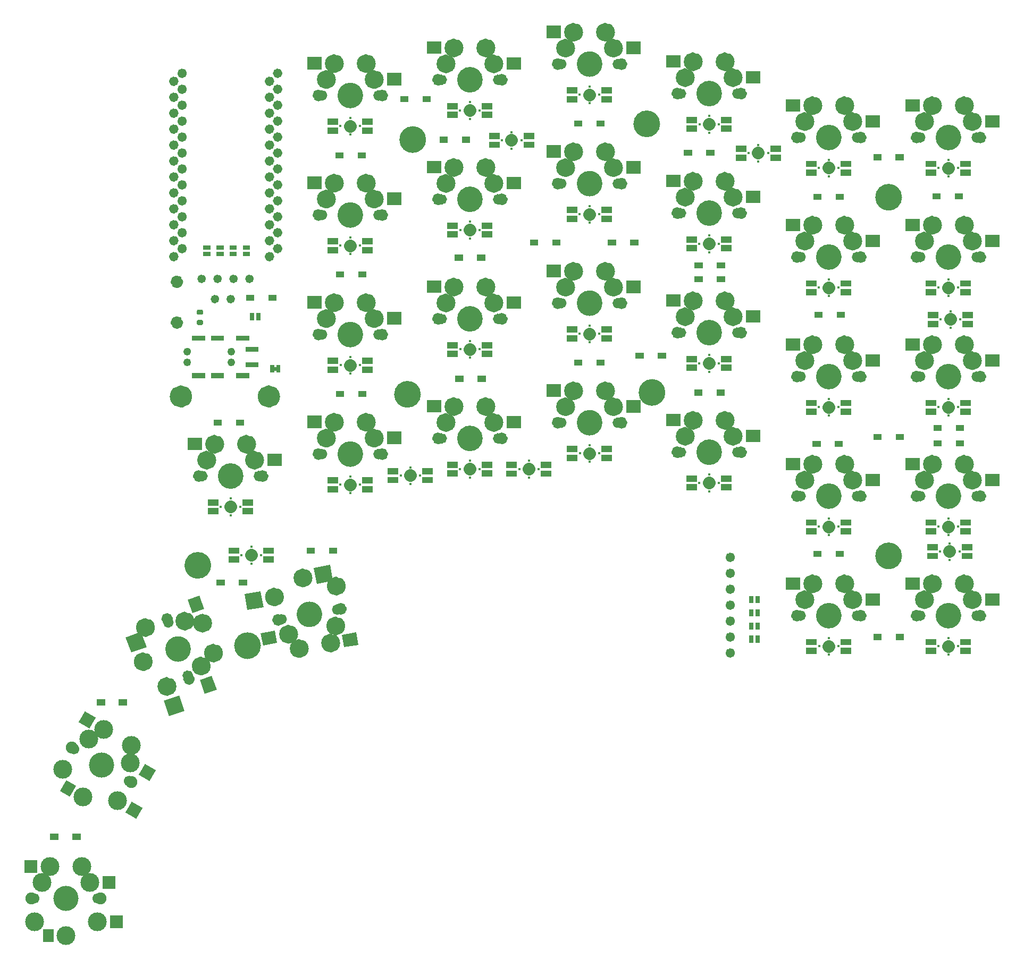
<source format=gbr>
%TF.GenerationSoftware,KiCad,Pcbnew,(6.0.4-0)*%
%TF.CreationDate,2022-08-10T14:40:32+09:00*%
%TF.ProjectId,KB62_R_rev1,4b423632-5f52-45f7-9265-76312e6b6963,rev?*%
%TF.SameCoordinates,Original*%
%TF.FileFunction,Soldermask,Top*%
%TF.FilePolarity,Negative*%
%FSLAX46Y46*%
G04 Gerber Fmt 4.6, Leading zero omitted, Abs format (unit mm)*
G04 Created by KiCad (PCBNEW (6.0.4-0)) date 2022-08-10 14:40:32*
%MOMM*%
%LPD*%
G01*
G04 APERTURE LIST*
G04 Aperture macros list*
%AMRotRect*
0 Rectangle, with rotation*
0 The origin of the aperture is its center*
0 $1 length*
0 $2 width*
0 $3 Rotation angle, in degrees counterclockwise*
0 Add horizontal line*
21,1,$1,$2,0,0,$3*%
%AMFreePoly0*
4,1,34,0.201078,0.979575,0.387516,0.921863,0.559193,0.829038,0.709571,0.704634,0.832921,0.553392,0.924546,0.381070,0.980955,0.194234,1.000000,0.000000,0.999610,-0.027922,0.975149,-0.221548,0.913545,-0.406737,0.817145,-0.576432,0.689620,-0.724172,0.535827,-0.844328,0.361625,-0.932324,0.173648,-0.984808,-0.020942,-0.999781,-0.214735,-0.976672,-0.400349,-0.916363,-0.570714,-0.821149,
-0.719340,-0.694658,-0.840567,-0.541708,-0.929776,-0.368125,-0.983571,-0.180519,-0.999903,0.013962,-0.978148,0.207912,-0.919135,0.393942,-0.825113,0.564967,-0.699663,0.714473,-0.547563,0.836764,-0.374607,0.927184,-0.187381,0.982287,0.006981,0.999976,0.201078,0.979575,0.201078,0.979575,$1*%
%AMFreePoly1*
4,1,16,0.044650,0.194952,0.124776,0.156304,0.180215,0.086732,0.200000,0.000000,0.199999,-0.000698,0.179912,-0.087360,0.124230,-0.156739,0.043969,-0.195107,-0.044990,-0.194874,-0.125049,-0.156086,-0.180367,-0.086417,-0.200000,0.000349,-0.180064,0.087046,-0.124503,0.156522,-0.044310,0.195030,0.044650,0.194952,0.044650,0.194952,$1*%
G04 Aperture macros list end*
%ADD10C,0.850000*%
%ADD11C,0.000000*%
%ADD12C,1.500000*%
%ADD13C,0.762000*%
%ADD14C,2.050000*%
%ADD15C,0.950000*%
%ADD16C,0.750000*%
%ADD17C,0.600000*%
%ADD18C,2.150000*%
%ADD19C,1.800000*%
%ADD20C,0.698500*%
%ADD21C,1.000000*%
%ADD22FreePoly0,0.000000*%
%ADD23FreePoly1,0.000000*%
%ADD24C,1.700000*%
%ADD25C,3.000000*%
%ADD26C,1.900000*%
%ADD27C,4.000000*%
%ADD28RotRect,1.800000X2.000000X150.000000*%
%ADD29RotRect,2.000000X2.000000X150.000000*%
%ADD30R,1.400000X1.000000*%
%ADD31R,1.800000X2.000000*%
%ADD32R,2.000000X2.000000*%
%ADD33C,1.210000*%
%ADD34O,1.800000X0.700000*%
G04 APERTURE END LIST*
D10*
X190085000Y-58019700D02*
G75*
G03*
X190085000Y-58019700I-425000J0D01*
G01*
D11*
G36*
X182127120Y-134340920D02*
G01*
X181492120Y-134340920D01*
X181492120Y-133197920D01*
X182127120Y-133197920D01*
X182127120Y-134340920D01*
G37*
D10*
X113885000Y-108470000D02*
G75*
G03*
X113885000Y-108470000I-425000J0D01*
G01*
D11*
G36*
X174085000Y-78844700D02*
G01*
X172785000Y-78844700D01*
X172785000Y-77894700D01*
X174085000Y-77894700D01*
X174085000Y-78844700D01*
G37*
D10*
X92496590Y-143762620D02*
G75*
G03*
X92496590Y-143762620I-425000J0D01*
G01*
D11*
G36*
X177635000Y-78844700D02*
G01*
X176335000Y-78844700D01*
X176335000Y-77894700D01*
X177635000Y-77894700D01*
X177635000Y-78844700D01*
G37*
G36*
X186549000Y-60334700D02*
G01*
X184849000Y-60334700D01*
X184849000Y-59334700D01*
X186549000Y-59334700D01*
X186549000Y-60334700D01*
G37*
D12*
X172050000Y-67529700D02*
G75*
G03*
X172050000Y-67529700I-750000J0D01*
G01*
D11*
G36*
X170560000Y-46899700D02*
G01*
X168260000Y-46899700D01*
X168260000Y-44899700D01*
X170560000Y-44899700D01*
X170560000Y-46899700D01*
G37*
D13*
X105468700Y-49060000D02*
G75*
G03*
X105468700Y-49060000I-381000J0D01*
G01*
D12*
X191100000Y-112630000D02*
G75*
G03*
X191100000Y-112630000I-750000J0D01*
G01*
X216500000Y-91039700D02*
G75*
G03*
X216500000Y-91039700I-750000J0D01*
G01*
D11*
G36*
X135110000Y-112070000D02*
G01*
X133410000Y-112070000D01*
X133410000Y-111070000D01*
X135110000Y-111070000D01*
X135110000Y-112070000D01*
G37*
D13*
X106775100Y-65570000D02*
G75*
G03*
X106775100Y-65570000I-381000J0D01*
G01*
D14*
X118985000Y-51319700D02*
G75*
G03*
X118985000Y-51319700I-1025000J0D01*
G01*
D11*
G36*
X102627120Y-87141200D02*
G01*
X101992120Y-87141200D01*
X101992120Y-85998200D01*
X102627120Y-85998200D01*
X102627120Y-87141200D01*
G37*
G36*
X215535000Y-67844700D02*
G01*
X214235000Y-67844700D01*
X214235000Y-66894700D01*
X215535000Y-66894700D01*
X215535000Y-67844700D01*
G37*
D12*
X198720000Y-112630000D02*
G75*
G03*
X198720000Y-112630000I-750000J0D01*
G01*
X116483540Y-129504970D02*
G75*
G03*
X116483540Y-129504970I-750000J0D01*
G01*
D15*
X142565000Y-105970000D02*
G75*
G03*
X142565000Y-105970000I-475000J0D01*
G01*
D12*
X198720000Y-74529700D02*
G75*
G03*
X198720000Y-74529700I-750000J0D01*
G01*
D11*
G36*
X106235000Y-84044700D02*
G01*
X104935000Y-84044700D01*
X104935000Y-83094700D01*
X106235000Y-83094700D01*
X106235000Y-84044700D01*
G37*
G36*
X94854100Y-96370000D02*
G01*
X92754100Y-96370000D01*
X92754100Y-95570000D01*
X94854100Y-95570000D01*
X94854100Y-96370000D01*
G37*
D10*
X190085000Y-134220000D02*
G75*
G03*
X190085000Y-134220000I-425000J0D01*
G01*
D12*
X211420000Y-52939700D02*
G75*
G03*
X211420000Y-52939700I-750000J0D01*
G01*
D15*
X199715000Y-96119700D02*
G75*
G03*
X199715000Y-96119700I-475000J0D01*
G01*
D11*
G36*
X189610000Y-91999700D02*
G01*
X187310000Y-91999700D01*
X187310000Y-89999700D01*
X189610000Y-89999700D01*
X189610000Y-91999700D01*
G37*
G36*
X211310000Y-62719700D02*
G01*
X209610000Y-62719700D01*
X209610000Y-61719700D01*
X211310000Y-61719700D01*
X211310000Y-62719700D01*
G37*
D13*
X106775100Y-52870000D02*
G75*
G03*
X106775100Y-52870000I-381000J0D01*
G01*
D11*
G36*
X140610000Y-93019700D02*
G01*
X138910000Y-93019700D01*
X138910000Y-92019700D01*
X140610000Y-92019700D01*
X140610000Y-93019700D01*
G37*
D13*
X105468700Y-51600000D02*
G75*
G03*
X105468700Y-51600000I-381000J0D01*
G01*
D14*
X99935000Y-111970000D02*
G75*
G03*
X99935000Y-111970000I-1025000J0D01*
G01*
D15*
X170505000Y-70069700D02*
G75*
G03*
X170505000Y-70069700I-475000J0D01*
G01*
D13*
X91555100Y-60490000D02*
G75*
G03*
X91555100Y-60490000I-381000J0D01*
G01*
D15*
X208605000Y-115170000D02*
G75*
G03*
X208605000Y-115170000I-475000J0D01*
G01*
D11*
G36*
X147259000Y-58274700D02*
G01*
X145559000Y-58274700D01*
X145559000Y-57274700D01*
X147259000Y-57274700D01*
X147259000Y-58274700D01*
G37*
D16*
X178846000Y-137625000D02*
G75*
G03*
X178846000Y-137625000I-375000J0D01*
G01*
D11*
G36*
X105827120Y-95441200D02*
G01*
X105192120Y-95441200D01*
X105192120Y-94298200D01*
X105827120Y-94298200D01*
X105827120Y-95441200D01*
G37*
D10*
X209135000Y-96119700D02*
G75*
G03*
X209135000Y-96119700I-425000J0D01*
G01*
X218135000Y-115170000D02*
G75*
G03*
X218135000Y-115170000I-425000J0D01*
G01*
D11*
G36*
X140610000Y-54919700D02*
G01*
X138910000Y-54919700D01*
X138910000Y-53919700D01*
X140610000Y-53919700D01*
X140610000Y-54919700D01*
G37*
G36*
X140610000Y-72569700D02*
G01*
X138910000Y-72569700D01*
X138910000Y-71569700D01*
X140610000Y-71569700D01*
X140610000Y-72569700D01*
G37*
D14*
X112477000Y-134017000D02*
G75*
G03*
X112477000Y-134017000I-1025000J0D01*
G01*
D13*
X90228700Y-54140000D02*
G75*
G03*
X90228700Y-54140000I-381000J0D01*
G01*
D17*
X99304100Y-92120000D02*
G75*
G03*
X99304100Y-92120000I-300000J0D01*
G01*
D11*
G36*
X97010000Y-116670000D02*
G01*
X95310000Y-116670000D01*
X95310000Y-115670000D01*
X97010000Y-115670000D01*
X97010000Y-116670000D01*
G37*
D13*
X106775100Y-55410000D02*
G75*
G03*
X106775100Y-55410000I-381000J0D01*
G01*
D15*
X113355000Y-51319700D02*
G75*
G03*
X113355000Y-51319700I-475000J0D01*
G01*
D11*
G36*
X197760000Y-119870000D02*
G01*
X196060000Y-119870000D01*
X196060000Y-118870000D01*
X197760000Y-118870000D01*
X197760000Y-119870000D01*
G37*
D15*
X161615000Y-84419700D02*
G75*
G03*
X161615000Y-84419700I-475000J0D01*
G01*
D13*
X91555100Y-47790000D02*
G75*
G03*
X91555100Y-47790000I-381000J0D01*
G01*
D11*
G36*
X102685000Y-84044700D02*
G01*
X101385000Y-84044700D01*
X101385000Y-83094700D01*
X102685000Y-83094700D01*
X102685000Y-84044700D01*
G37*
G36*
X168235000Y-93244700D02*
G01*
X166935000Y-93244700D01*
X166935000Y-92294700D01*
X168235000Y-92294700D01*
X168235000Y-93244700D01*
G37*
G36*
X131109000Y-111705000D02*
G01*
X129409000Y-111705000D01*
X129409000Y-110705000D01*
X131109000Y-110705000D01*
X131109000Y-111705000D01*
G37*
D12*
X160620000Y-43779700D02*
G75*
G03*
X160620000Y-43779700I-750000J0D01*
G01*
D11*
G36*
X154160000Y-90519700D02*
G01*
X152460000Y-90519700D01*
X152460000Y-89519700D01*
X154160000Y-89519700D01*
X154160000Y-90519700D01*
G37*
G36*
X183127880Y-136440920D02*
G01*
X182492880Y-136440920D01*
X182492880Y-135297920D01*
X183127880Y-135297920D01*
X183127880Y-136440920D01*
G37*
G36*
X105810000Y-125770000D02*
G01*
X104110000Y-125770000D01*
X104110000Y-124770000D01*
X105810000Y-124770000D01*
X105810000Y-125770000D01*
G37*
G36*
X216810000Y-100820000D02*
G01*
X215110000Y-100820000D01*
X215110000Y-99820000D01*
X216810000Y-99820000D01*
X216810000Y-100820000D01*
G37*
G36*
X221360000Y-75489700D02*
G01*
X219060000Y-75489700D01*
X219060000Y-73489700D01*
X221360000Y-73489700D01*
X221360000Y-75489700D01*
G37*
G36*
X137035000Y-58844700D02*
G01*
X135735000Y-58844700D01*
X135735000Y-57894700D01*
X137035000Y-57894700D01*
X137035000Y-58844700D01*
G37*
G36*
X145160000Y-66289700D02*
G01*
X142860000Y-66289700D01*
X142860000Y-64289700D01*
X145160000Y-64289700D01*
X145160000Y-66289700D01*
G37*
D10*
X218135000Y-96119700D02*
G75*
G03*
X218135000Y-96119700I-425000J0D01*
G01*
D12*
X94972420Y-142245500D02*
G75*
G03*
X94972420Y-142245500I-750000J0D01*
G01*
D11*
G36*
X216810000Y-62719700D02*
G01*
X215110000Y-62719700D01*
X215110000Y-61719700D01*
X216810000Y-61719700D01*
X216810000Y-62719700D01*
G37*
D10*
X132935000Y-86919700D02*
G75*
G03*
X132935000Y-86919700I-425000J0D01*
G01*
D11*
G36*
X135985000Y-96944700D02*
G01*
X134685000Y-96944700D01*
X134685000Y-95994700D01*
X135985000Y-95994700D01*
X135985000Y-96944700D01*
G37*
D14*
X157085000Y-65369700D02*
G75*
G03*
X157085000Y-65369700I-1025000J0D01*
G01*
D10*
X199085000Y-77069700D02*
G75*
G03*
X199085000Y-77069700I-425000J0D01*
G01*
D15*
X199715000Y-115170000D02*
G75*
G03*
X199715000Y-115170000I-475000J0D01*
G01*
D11*
G36*
X135110000Y-53519700D02*
G01*
X133410000Y-53519700D01*
X133410000Y-52519700D01*
X135110000Y-52519700D01*
X135110000Y-53519700D01*
G37*
D10*
X132935000Y-67869700D02*
G75*
G03*
X132935000Y-67869700I-425000J0D01*
G01*
D11*
G36*
X140610000Y-73969700D02*
G01*
X138910000Y-73969700D01*
X138910000Y-72969700D01*
X140610000Y-72969700D01*
X140610000Y-73969700D01*
G37*
G36*
X216810000Y-83169700D02*
G01*
X215110000Y-83169700D01*
X215110000Y-82169700D01*
X216810000Y-82169700D01*
X216810000Y-83169700D01*
G37*
D12*
X108890950Y-137180010D02*
G75*
G03*
X108890950Y-137180010I-750000J0D01*
G01*
D11*
G36*
X101515000Y-129395000D02*
G01*
X100215000Y-129395000D01*
X100215000Y-128445000D01*
X101515000Y-128445000D01*
X101515000Y-129395000D01*
G37*
G36*
X119260660Y-138854530D02*
G01*
X116995600Y-139253920D01*
X116648310Y-137284310D01*
X118913360Y-136884920D01*
X119260660Y-138854530D01*
G37*
D10*
X122885000Y-70369700D02*
G75*
G03*
X122885000Y-70369700I-425000J0D01*
G01*
D11*
G36*
X116060000Y-94119700D02*
G01*
X114360000Y-94119700D01*
X114360000Y-93119700D01*
X116060000Y-93119700D01*
X116060000Y-94119700D01*
G37*
G36*
X106827880Y-95441200D02*
G01*
X106192880Y-95441200D01*
X106192880Y-94298200D01*
X106827880Y-94298200D01*
X106827880Y-95441200D01*
G37*
D12*
X153000000Y-43779700D02*
G75*
G03*
X153000000Y-43779700I-750000J0D01*
G01*
D17*
X92304100Y-92120000D02*
G75*
G03*
X92304100Y-92120000I-300000J0D01*
G01*
D11*
G36*
X116060000Y-113170000D02*
G01*
X114360000Y-113170000D01*
X114360000Y-112170000D01*
X116060000Y-112170000D01*
X116060000Y-113170000D01*
G37*
D13*
X90228700Y-56680000D02*
G75*
G03*
X90228700Y-56680000I-381000J0D01*
G01*
D12*
X179670000Y-48479700D02*
G75*
G03*
X179670000Y-48479700I-750000J0D01*
G01*
D11*
G36*
X178710000Y-95219700D02*
G01*
X177010000Y-95219700D01*
X177010000Y-94219700D01*
X178710000Y-94219700D01*
X178710000Y-95219700D01*
G37*
D12*
X173320000Y-84039700D02*
G75*
G03*
X173320000Y-84039700I-750000J0D01*
G01*
D14*
X138035000Y-48819700D02*
G75*
G03*
X138035000Y-48819700I-1025000J0D01*
G01*
D15*
X123515000Y-51319700D02*
G75*
G03*
X123515000Y-51319700I-475000J0D01*
G01*
D13*
X91555100Y-70650000D02*
G75*
G03*
X91555100Y-70650000I-381000J0D01*
G01*
D15*
X92744960Y-144307640D02*
G75*
G03*
X92744960Y-144307640I-475000J0D01*
G01*
D11*
G36*
X145160000Y-85339700D02*
G01*
X142860000Y-85339700D01*
X142860000Y-83339700D01*
X145160000Y-83339700D01*
X145160000Y-85339700D01*
G37*
D12*
X153000000Y-100930000D02*
G75*
G03*
X153000000Y-100930000I-750000J0D01*
G01*
D10*
X113885000Y-70369700D02*
G75*
G03*
X113885000Y-70369700I-425000J0D01*
G01*
D11*
G36*
X160285000Y-75244700D02*
G01*
X158985000Y-75244700D01*
X158985000Y-74294700D01*
X160285000Y-74294700D01*
X160285000Y-75244700D01*
G37*
D13*
X90228700Y-71920000D02*
G75*
G03*
X90228700Y-71920000I-381000J0D01*
G01*
D11*
G36*
X170560000Y-104050000D02*
G01*
X168260000Y-104050000D01*
X168260000Y-102050000D01*
X170560000Y-102050000D01*
X170560000Y-104050000D01*
G37*
G36*
X211310000Y-138920000D02*
G01*
X209610000Y-138920000D01*
X209610000Y-137920000D01*
X211310000Y-137920000D01*
X211310000Y-138920000D01*
G37*
D14*
X157085000Y-103470000D02*
G75*
G03*
X157085000Y-103470000I-1025000J0D01*
G01*
D10*
X199085000Y-58019700D02*
G75*
G03*
X199085000Y-58019700I-425000J0D01*
G01*
D14*
X214235000Y-96119700D02*
G75*
G03*
X214235000Y-96119700I-1025000J0D01*
G01*
D11*
G36*
X196535000Y-124845000D02*
G01*
X195235000Y-124845000D01*
X195235000Y-123895000D01*
X196535000Y-123895000D01*
X196535000Y-124845000D01*
G37*
D14*
X176135000Y-51019700D02*
G75*
G03*
X176135000Y-51019700I-1025000J0D01*
G01*
D12*
X140300000Y-43739700D02*
G75*
G03*
X140300000Y-43739700I-750000J0D01*
G01*
D15*
X208605000Y-134220000D02*
G75*
G03*
X208605000Y-134220000I-475000J0D01*
G01*
X170505000Y-108170000D02*
G75*
G03*
X170505000Y-108170000I-475000J0D01*
G01*
D12*
X197450000Y-129140000D02*
G75*
G03*
X197450000Y-129140000I-750000J0D01*
G01*
D11*
G36*
X125609000Y-111705000D02*
G01*
X123909000Y-111705000D01*
X123909000Y-110705000D01*
X125609000Y-110705000D01*
X125609000Y-111705000D01*
G37*
D12*
X114900000Y-67829700D02*
G75*
G03*
X114900000Y-67829700I-750000J0D01*
G01*
X116170000Y-84339700D02*
G75*
G03*
X116170000Y-84339700I-750000J0D01*
G01*
D15*
X132405000Y-105970000D02*
G75*
G03*
X132405000Y-105970000I-475000J0D01*
G01*
D11*
G36*
X154885000Y-56244700D02*
G01*
X153585000Y-56244700D01*
X153585000Y-55294700D01*
X154885000Y-55294700D01*
X154885000Y-56244700D01*
G37*
D15*
X218765000Y-115170000D02*
G75*
G03*
X218765000Y-115170000I-475000J0D01*
G01*
X123515000Y-89419700D02*
G75*
G03*
X123515000Y-89419700I-475000J0D01*
G01*
D11*
G36*
X140610000Y-112070000D02*
G01*
X138910000Y-112070000D01*
X138910000Y-111070000D01*
X140610000Y-111070000D01*
X140610000Y-112070000D01*
G37*
D18*
X94750100Y-126205000D02*
G75*
G03*
X94750100Y-126205000I-1075000J0D01*
G01*
D11*
G36*
X116060000Y-57419700D02*
G01*
X114360000Y-57419700D01*
X114360000Y-56419700D01*
X116060000Y-56419700D01*
X116060000Y-57419700D01*
G37*
D10*
X199085000Y-96119700D02*
G75*
G03*
X199085000Y-96119700I-425000J0D01*
G01*
D15*
X161615000Y-103470000D02*
G75*
G03*
X161615000Y-103470000I-475000J0D01*
G01*
X218765000Y-58019700D02*
G75*
G03*
X218765000Y-58019700I-475000J0D01*
G01*
X142565000Y-67869700D02*
G75*
G03*
X142565000Y-67869700I-475000J0D01*
G01*
D11*
G36*
X221360000Y-132640000D02*
G01*
X219060000Y-132640000D01*
X219060000Y-130640000D01*
X221360000Y-130640000D01*
X221360000Y-132640000D01*
G37*
G36*
X173210000Y-112870000D02*
G01*
X171510000Y-112870000D01*
X171510000Y-111870000D01*
X173210000Y-111870000D01*
X173210000Y-112870000D01*
G37*
D15*
X189555000Y-115170000D02*
G75*
G03*
X189555000Y-115170000I-475000J0D01*
G01*
D11*
G36*
X189610000Y-53899700D02*
G01*
X187310000Y-53899700D01*
X187310000Y-51899700D01*
X189610000Y-51899700D01*
X189610000Y-53899700D01*
G37*
D12*
X95850000Y-109430000D02*
G75*
G03*
X95850000Y-109430000I-750000J0D01*
G01*
D10*
X199085000Y-115170000D02*
G75*
G03*
X199085000Y-115170000I-425000J0D01*
G01*
D11*
G36*
X178710000Y-112870000D02*
G01*
X177010000Y-112870000D01*
X177010000Y-111870000D01*
X178710000Y-111870000D01*
X178710000Y-112870000D01*
G37*
D13*
X91555100Y-50330000D02*
G75*
G03*
X91555100Y-50330000I-381000J0D01*
G01*
D11*
G36*
X99881500Y-76887580D02*
G01*
X98738500Y-76887580D01*
X98738500Y-76252580D01*
X99881500Y-76252580D01*
X99881500Y-76887580D01*
G37*
G36*
X94319730Y-85447740D02*
G01*
X94353400Y-85456760D01*
X94385000Y-85471490D01*
X94413560Y-85491490D01*
X94438210Y-85516140D01*
X94458210Y-85544700D01*
X94472940Y-85576300D01*
X94481960Y-85609970D01*
X94485000Y-85644700D01*
X94485000Y-86044700D01*
X94481960Y-86079430D01*
X94472940Y-86113100D01*
X94458210Y-86144700D01*
X94438210Y-86173260D01*
X94413560Y-86197910D01*
X94385000Y-86217910D01*
X94353400Y-86232640D01*
X94319730Y-86241660D01*
X94285000Y-86244700D01*
X93735000Y-86244700D01*
X93700270Y-86241660D01*
X93666600Y-86232640D01*
X93635000Y-86217910D01*
X93606440Y-86197910D01*
X93581790Y-86173260D01*
X93561790Y-86144700D01*
X93547060Y-86113100D01*
X93538040Y-86079430D01*
X93535000Y-86044700D01*
X93535000Y-85644700D01*
X93538040Y-85609970D01*
X93547060Y-85576300D01*
X93561790Y-85544700D01*
X93581790Y-85516140D01*
X93606440Y-85491490D01*
X93635000Y-85471490D01*
X93666600Y-85456760D01*
X93700270Y-85447740D01*
X93735000Y-85444700D01*
X94285000Y-85444700D01*
X94319730Y-85447740D01*
G37*
G36*
X211310000Y-100820000D02*
G01*
X209610000Y-100820000D01*
X209610000Y-99820000D01*
X211310000Y-99820000D01*
X211310000Y-100820000D01*
G37*
D19*
X91889100Y-99294700D02*
G75*
G03*
X91889100Y-99294700I-900000J0D01*
G01*
D11*
G36*
X183260000Y-87539700D02*
G01*
X180960000Y-87539700D01*
X180960000Y-85539700D01*
X183260000Y-85539700D01*
X183260000Y-87539700D01*
G37*
G36*
X189610000Y-130100000D02*
G01*
X187310000Y-130100000D01*
X187310000Y-128100000D01*
X189610000Y-128100000D01*
X189610000Y-130100000D01*
G37*
D13*
X105468700Y-64300000D02*
G75*
G03*
X105468700Y-64300000I-381000J0D01*
G01*
D11*
G36*
X97854100Y-90420000D02*
G01*
X95754100Y-90420000D01*
X95754100Y-89620000D01*
X97854100Y-89620000D01*
X97854100Y-90420000D01*
G37*
D12*
X153000000Y-81879700D02*
G75*
G03*
X153000000Y-81879700I-750000J0D01*
G01*
D10*
X113885000Y-51319700D02*
G75*
G03*
X113885000Y-51319700I-425000J0D01*
G01*
D13*
X105468700Y-59220000D02*
G75*
G03*
X105468700Y-59220000I-381000J0D01*
G01*
D11*
G36*
X208660000Y-91999700D02*
G01*
X206360000Y-91999700D01*
X206360000Y-89999700D01*
X208660000Y-89999700D01*
X208660000Y-91999700D01*
G37*
D15*
X123515000Y-108470000D02*
G75*
G03*
X123515000Y-108470000I-475000J0D01*
G01*
D10*
X122885000Y-89419700D02*
G75*
G03*
X122885000Y-89419700I-425000J0D01*
G01*
D11*
G36*
X96684060Y-145968060D02*
G01*
X94804680Y-146652100D01*
X94018030Y-144490810D01*
X95897420Y-143806770D01*
X96684060Y-145968060D01*
G37*
G36*
X101854100Y-90420000D02*
G01*
X99754100Y-90420000D01*
X99754100Y-89620000D01*
X101854100Y-89620000D01*
X101854100Y-90420000D01*
G37*
D14*
X91557500Y-139534000D02*
G75*
G03*
X91557500Y-139534000I-1025000J0D01*
G01*
X176135000Y-89119700D02*
G75*
G03*
X176135000Y-89119700I-1025000J0D01*
G01*
D12*
X178400000Y-45939700D02*
G75*
G03*
X178400000Y-45939700I-750000J0D01*
G01*
D11*
G36*
X121560000Y-114570000D02*
G01*
X119860000Y-114570000D01*
X119860000Y-113570000D01*
X121560000Y-113570000D01*
X121560000Y-114570000D01*
G37*
G36*
X173210000Y-95219700D02*
G01*
X171510000Y-95219700D01*
X171510000Y-94219700D01*
X173210000Y-94219700D01*
X173210000Y-95219700D01*
G37*
G36*
X135110000Y-91619700D02*
G01*
X133410000Y-91619700D01*
X133410000Y-90619700D01*
X135110000Y-90619700D01*
X135110000Y-91619700D01*
G37*
D12*
X97120000Y-106890000D02*
G75*
G03*
X97120000Y-106890000I-750000J0D01*
G01*
D11*
G36*
X216810000Y-81769700D02*
G01*
X215110000Y-81769700D01*
X215110000Y-80769700D01*
X216810000Y-80769700D01*
X216810000Y-81769700D01*
G37*
D15*
X180665000Y-51019700D02*
G75*
G03*
X180665000Y-51019700I-475000J0D01*
G01*
D11*
G36*
X215685000Y-107205000D02*
G01*
X214385000Y-107205000D01*
X214385000Y-106255000D01*
X215685000Y-106255000D01*
X215685000Y-107205000D01*
G37*
G36*
X197760000Y-81769700D02*
G01*
X196060000Y-81769700D01*
X196060000Y-80769700D01*
X197760000Y-80769700D01*
X197760000Y-81769700D01*
G37*
D14*
X118985000Y-89419700D02*
G75*
G03*
X118985000Y-89419700I-1025000J0D01*
G01*
X157085000Y-46319700D02*
G75*
G03*
X157085000Y-46319700I-1025000J0D01*
G01*
D10*
X141935000Y-48819700D02*
G75*
G03*
X141935000Y-48819700I-425000J0D01*
G01*
X151985000Y-103470000D02*
G75*
G03*
X151985000Y-103470000I-425000J0D01*
G01*
D13*
X106775100Y-57950000D02*
G75*
G03*
X106775100Y-57950000I-381000J0D01*
G01*
D11*
G36*
X211985000Y-67844700D02*
G01*
X210685000Y-67844700D01*
X210685000Y-66894700D01*
X211985000Y-66894700D01*
X211985000Y-67844700D01*
G37*
G36*
X95681500Y-76887580D02*
G01*
X94538500Y-76887580D01*
X94538500Y-76252580D01*
X95681500Y-76252580D01*
X95681500Y-76887580D01*
G37*
D12*
X178400000Y-84039700D02*
G75*
G03*
X178400000Y-84039700I-750000J0D01*
G01*
D11*
G36*
X116060000Y-95519700D02*
G01*
X114360000Y-95519700D01*
X114360000Y-94519700D01*
X116060000Y-94519700D01*
X116060000Y-95519700D01*
G37*
D16*
X178846000Y-127465000D02*
G75*
G03*
X178846000Y-127465000I-375000J0D01*
G01*
D11*
G36*
X173210000Y-76169700D02*
G01*
X171510000Y-76169700D01*
X171510000Y-75169700D01*
X173210000Y-75169700D01*
X173210000Y-76169700D01*
G37*
G36*
X164210000Y-44739700D02*
G01*
X161910000Y-44739700D01*
X161910000Y-42739700D01*
X164210000Y-42739700D01*
X164210000Y-44739700D01*
G37*
G36*
X112335000Y-124345000D02*
G01*
X111035000Y-124345000D01*
X111035000Y-123395000D01*
X112335000Y-123395000D01*
X112335000Y-124345000D01*
G37*
D14*
X195185000Y-115170000D02*
G75*
G03*
X195185000Y-115170000I-1025000J0D01*
G01*
D11*
G36*
X211310000Y-119870000D02*
G01*
X209610000Y-119870000D01*
X209610000Y-118870000D01*
X211310000Y-118870000D01*
X211310000Y-119870000D01*
G37*
D15*
X189555000Y-96119700D02*
G75*
G03*
X189555000Y-96119700I-475000J0D01*
G01*
D11*
G36*
X206135000Y-106245000D02*
G01*
X204835000Y-106245000D01*
X204835000Y-105295000D01*
X206135000Y-105295000D01*
X206135000Y-106245000D01*
G37*
D15*
X151455000Y-46319700D02*
G75*
G03*
X151455000Y-46319700I-475000J0D01*
G01*
D11*
G36*
X177635000Y-81044700D02*
G01*
X176335000Y-81044700D01*
X176335000Y-80094700D01*
X177635000Y-80094700D01*
X177635000Y-81044700D01*
G37*
G36*
X192260000Y-140320000D02*
G01*
X190560000Y-140320000D01*
X190560000Y-139320000D01*
X192260000Y-139320000D01*
X192260000Y-140320000D01*
G37*
D18*
X204760000Y-67544700D02*
G75*
G03*
X204760000Y-67544700I-1075000J0D01*
G01*
D11*
G36*
X154160000Y-109570000D02*
G01*
X152460000Y-109570000D01*
X152460000Y-108570000D01*
X154160000Y-108570000D01*
X154160000Y-109570000D01*
G37*
G36*
X211539000Y-123805000D02*
G01*
X209839000Y-123805000D01*
X209839000Y-122805000D01*
X211539000Y-122805000D01*
X211539000Y-123805000D01*
G37*
D12*
X197450000Y-71989700D02*
G75*
G03*
X197450000Y-71989700I-750000J0D01*
G01*
X210150000Y-55479700D02*
G75*
G03*
X210150000Y-55479700I-750000J0D01*
G01*
D13*
X91555100Y-65570000D02*
G75*
G03*
X91555100Y-65570000I-381000J0D01*
G01*
X90228700Y-59220000D02*
G75*
G03*
X90228700Y-59220000I-381000J0D01*
G01*
D11*
G36*
X151435000Y-75244700D02*
G01*
X150135000Y-75244700D01*
X150135000Y-74294700D01*
X151435000Y-74294700D01*
X151435000Y-75244700D01*
G37*
G36*
X121560000Y-56019700D02*
G01*
X119860000Y-56019700D01*
X119860000Y-55019700D01*
X121560000Y-55019700D01*
X121560000Y-56019700D01*
G37*
D18*
X102664000Y-139008000D02*
G75*
G03*
X102664000Y-139008000I-1075000J0D01*
G01*
D11*
G36*
X212125000Y-104765000D02*
G01*
X210825000Y-104765000D01*
X210825000Y-103815000D01*
X212125000Y-103815000D01*
X212125000Y-104765000D01*
G37*
G36*
X94360000Y-107850000D02*
G01*
X92060000Y-107850000D01*
X92060000Y-105850000D01*
X94360000Y-105850000D01*
X94360000Y-107850000D01*
G37*
G36*
X158435000Y-94344700D02*
G01*
X157135000Y-94344700D01*
X157135000Y-93394700D01*
X158435000Y-93394700D01*
X158435000Y-94344700D01*
G37*
D15*
X104465000Y-111970000D02*
G75*
G03*
X104465000Y-111970000I-475000J0D01*
G01*
D14*
X138035000Y-105970000D02*
G75*
G03*
X138035000Y-105970000I-1025000J0D01*
G01*
D11*
G36*
X211619000Y-86844700D02*
G01*
X209919000Y-86844700D01*
X209919000Y-85844700D01*
X211619000Y-85844700D01*
X211619000Y-86844700D01*
G37*
D16*
X178846000Y-140165000D02*
G75*
G03*
X178846000Y-140165000I-375000J0D01*
G01*
D10*
X89418410Y-135305380D02*
G75*
G03*
X89418410Y-135305380I-425000J0D01*
G01*
D11*
G36*
X170560000Y-65949700D02*
G01*
X168260000Y-65949700D01*
X168260000Y-63949700D01*
X170560000Y-63949700D01*
X170560000Y-65949700D01*
G37*
D10*
X132935000Y-105970000D02*
G75*
G03*
X132935000Y-105970000I-425000J0D01*
G01*
D11*
G36*
X178710000Y-57119700D02*
G01*
X177010000Y-57119700D01*
X177010000Y-56119700D01*
X178710000Y-56119700D01*
X178710000Y-57119700D01*
G37*
D12*
X192370000Y-71989700D02*
G75*
G03*
X192370000Y-71989700I-750000J0D01*
G01*
D11*
G36*
X173210000Y-114270000D02*
G01*
X171510000Y-114270000D01*
X171510000Y-113270000D01*
X173210000Y-113270000D01*
X173210000Y-114270000D01*
G37*
D12*
X159350000Y-98390000D02*
G75*
G03*
X159350000Y-98390000I-750000J0D01*
G01*
D15*
X132405000Y-67869700D02*
G75*
G03*
X132405000Y-67869700I-475000J0D01*
G01*
D11*
G36*
X103627880Y-87141200D02*
G01*
X102992880Y-87141200D01*
X102992880Y-85998200D01*
X103627880Y-85998200D01*
X103627880Y-87141200D01*
G37*
D19*
X105889000Y-99294700D02*
G75*
G03*
X105889000Y-99294700I-900000J0D01*
G01*
D11*
G36*
X159660000Y-52419700D02*
G01*
X157960000Y-52419700D01*
X157960000Y-51419700D01*
X159660000Y-51419700D01*
X159660000Y-52419700D01*
G37*
G36*
X151510000Y-99350000D02*
G01*
X149210000Y-99350000D01*
X149210000Y-97350000D01*
X151510000Y-97350000D01*
X151510000Y-99350000D01*
G37*
D12*
X216500000Y-52939700D02*
G75*
G03*
X216500000Y-52939700I-750000J0D01*
G01*
D20*
X102253350Y-80540000D02*
G75*
G03*
X102253350Y-80540000I-349250J0D01*
G01*
D11*
G36*
X197760000Y-138920000D02*
G01*
X196060000Y-138920000D01*
X196060000Y-137920000D01*
X197760000Y-137920000D01*
X197760000Y-138920000D01*
G37*
D20*
X94633350Y-80540000D02*
G75*
G03*
X94633350Y-80540000I-349250J0D01*
G01*
D11*
G36*
X202310000Y-113590000D02*
G01*
X200010000Y-113590000D01*
X200010000Y-111590000D01*
X202310000Y-111590000D01*
X202310000Y-113590000D01*
G37*
D12*
X122520000Y-67829700D02*
G75*
G03*
X122520000Y-67829700I-750000J0D01*
G01*
D17*
X99304100Y-93870000D02*
G75*
G03*
X99304100Y-93870000I-300000J0D01*
G01*
D11*
G36*
X100310000Y-124370000D02*
G01*
X98610000Y-124370000D01*
X98610000Y-123370000D01*
X100310000Y-123370000D01*
X100310000Y-124370000D01*
G37*
D12*
X160620000Y-100930000D02*
G75*
G03*
X160620000Y-100930000I-750000J0D01*
G01*
D11*
G36*
X132460000Y-101850000D02*
G01*
X130160000Y-101850000D01*
X130160000Y-99850000D01*
X132460000Y-99850000D01*
X132460000Y-101850000D01*
G37*
D12*
X135220000Y-100890000D02*
G75*
G03*
X135220000Y-100890000I-750000J0D01*
G01*
D11*
G36*
X217119000Y-86844700D02*
G01*
X215419000Y-86844700D01*
X215419000Y-85844700D01*
X217119000Y-85844700D01*
X217119000Y-86844700D01*
G37*
D12*
X154270000Y-79339700D02*
G75*
G03*
X154270000Y-79339700I-750000J0D01*
G01*
X141570000Y-65329700D02*
G75*
G03*
X141570000Y-65329700I-750000J0D01*
G01*
X116170000Y-65289700D02*
G75*
G03*
X116170000Y-65289700I-750000J0D01*
G01*
D11*
G36*
X197760000Y-83169700D02*
G01*
X196060000Y-83169700D01*
X196060000Y-82169700D01*
X197760000Y-82169700D01*
X197760000Y-83169700D01*
G37*
D15*
X113355000Y-89419700D02*
G75*
G03*
X113355000Y-89419700I-475000J0D01*
G01*
D12*
X178400000Y-103090000D02*
G75*
G03*
X178400000Y-103090000I-750000J0D01*
G01*
D11*
G36*
X159660000Y-71469700D02*
G01*
X157960000Y-71469700D01*
X157960000Y-70469700D01*
X159660000Y-70469700D01*
X159660000Y-71469700D01*
G37*
D15*
X106924180Y-134899130D02*
G75*
G03*
X106924180Y-134899130I-475000J0D01*
G01*
D12*
X217770000Y-131680000D02*
G75*
G03*
X217770000Y-131680000I-750000J0D01*
G01*
D15*
X199715000Y-77069700D02*
G75*
G03*
X199715000Y-77069700I-475000J0D01*
G01*
D11*
G36*
X147885000Y-75244700D02*
G01*
X146585000Y-75244700D01*
X146585000Y-74294700D01*
X147885000Y-74294700D01*
X147885000Y-75244700D01*
G37*
D12*
X191100000Y-55479700D02*
G75*
G03*
X191100000Y-55479700I-750000J0D01*
G01*
D21*
X90845000Y-81014700D02*
G75*
G03*
X90845000Y-81014700I-500000J0D01*
G01*
D12*
X198720000Y-93579700D02*
G75*
G03*
X198720000Y-93579700I-750000J0D01*
G01*
D11*
G36*
X192260000Y-64119700D02*
G01*
X190560000Y-64119700D01*
X190560000Y-63119700D01*
X192260000Y-63119700D01*
X192260000Y-64119700D01*
G37*
G36*
X94854100Y-90420000D02*
G01*
X92754100Y-90420000D01*
X92754100Y-89620000D01*
X94854100Y-89620000D01*
X94854100Y-90420000D01*
G37*
D12*
X122520000Y-48779700D02*
G75*
G03*
X122520000Y-48779700I-750000J0D01*
G01*
X198720000Y-55479700D02*
G75*
G03*
X198720000Y-55479700I-750000J0D01*
G01*
D11*
G36*
X94319730Y-87097740D02*
G01*
X94353400Y-87106760D01*
X94385000Y-87121490D01*
X94413560Y-87141490D01*
X94438210Y-87166140D01*
X94458210Y-87194700D01*
X94472940Y-87226300D01*
X94481960Y-87259970D01*
X94485000Y-87294700D01*
X94485000Y-87694700D01*
X94481960Y-87729430D01*
X94472940Y-87763100D01*
X94458210Y-87794700D01*
X94438210Y-87823260D01*
X94413560Y-87847910D01*
X94385000Y-87867910D01*
X94353400Y-87882640D01*
X94319730Y-87891660D01*
X94285000Y-87894700D01*
X93735000Y-87894700D01*
X93700270Y-87891660D01*
X93666600Y-87882640D01*
X93635000Y-87867910D01*
X93606440Y-87847910D01*
X93581790Y-87823260D01*
X93561790Y-87794700D01*
X93547060Y-87763100D01*
X93538040Y-87729430D01*
X93535000Y-87694700D01*
X93535000Y-87294700D01*
X93538040Y-87259970D01*
X93547060Y-87226300D01*
X93561790Y-87194700D01*
X93581790Y-87166140D01*
X93606440Y-87141490D01*
X93635000Y-87121490D01*
X93666600Y-87106760D01*
X93700270Y-87097740D01*
X93735000Y-87094700D01*
X94285000Y-87094700D01*
X94319730Y-87097740D01*
G37*
D12*
X179670000Y-86579700D02*
G75*
G03*
X179670000Y-86579700I-750000J0D01*
G01*
D10*
X171035000Y-51019700D02*
G75*
G03*
X171035000Y-51019700I-425000J0D01*
G01*
X180035000Y-89119700D02*
G75*
G03*
X180035000Y-89119700I-425000J0D01*
G01*
X160985000Y-103470000D02*
G75*
G03*
X160985000Y-103470000I-425000J0D01*
G01*
X151985000Y-65369700D02*
G75*
G03*
X151985000Y-65369700I-425000J0D01*
G01*
D15*
X208605000Y-58019700D02*
G75*
G03*
X208605000Y-58019700I-475000J0D01*
G01*
D11*
G36*
X178710000Y-76169700D02*
G01*
X177010000Y-76169700D01*
X177010000Y-75169700D01*
X178710000Y-75169700D01*
X178710000Y-76169700D01*
G37*
G36*
X121560000Y-76469700D02*
G01*
X119860000Y-76469700D01*
X119860000Y-75469700D01*
X121560000Y-75469700D01*
X121560000Y-76469700D01*
G37*
G36*
X182127120Y-136440920D02*
G01*
X181492120Y-136440920D01*
X181492120Y-135297920D01*
X182127120Y-135297920D01*
X182127120Y-136440920D01*
G37*
D12*
X210150000Y-93579700D02*
G75*
G03*
X210150000Y-93579700I-750000J0D01*
G01*
X197450000Y-91039700D02*
G75*
G03*
X197450000Y-91039700I-750000J0D01*
G01*
X159350000Y-79339700D02*
G75*
G03*
X159350000Y-79339700I-750000J0D01*
G01*
D11*
G36*
X211310000Y-102220000D02*
G01*
X209610000Y-102220000D01*
X209610000Y-101220000D01*
X211310000Y-101220000D01*
X211310000Y-102220000D01*
G37*
D12*
X216500000Y-71989700D02*
G75*
G03*
X216500000Y-71989700I-750000J0D01*
G01*
D11*
G36*
X97781500Y-76887580D02*
G01*
X96638500Y-76887580D01*
X96638500Y-76252580D01*
X97781500Y-76252580D01*
X97781500Y-76887580D01*
G37*
G36*
X202545000Y-61644700D02*
G01*
X201245000Y-61644700D01*
X201245000Y-60694700D01*
X202545000Y-60694700D01*
X202545000Y-61644700D01*
G37*
D12*
X140300000Y-100890000D02*
G75*
G03*
X140300000Y-100890000I-750000J0D01*
G01*
D11*
G36*
X181049000Y-61734700D02*
G01*
X179349000Y-61734700D01*
X179349000Y-60734700D01*
X181049000Y-60734700D01*
X181049000Y-61734700D01*
G37*
G36*
X159660000Y-89119700D02*
G01*
X157960000Y-89119700D01*
X157960000Y-88119700D01*
X159660000Y-88119700D01*
X159660000Y-89119700D01*
G37*
G36*
X97781500Y-75886820D02*
G01*
X96638500Y-75886820D01*
X96638500Y-75251820D01*
X97781500Y-75251820D01*
X97781500Y-75886820D01*
G37*
G36*
X192260000Y-100820000D02*
G01*
X190560000Y-100820000D01*
X190560000Y-99820000D01*
X192260000Y-99820000D01*
X192260000Y-100820000D01*
G37*
G36*
X103354100Y-94620000D02*
G01*
X101254100Y-94620000D01*
X101254100Y-93820000D01*
X103354100Y-93820000D01*
X103354100Y-94620000D01*
G37*
D13*
X91555100Y-63030000D02*
G75*
G03*
X91555100Y-63030000I-381000J0D01*
G01*
D11*
G36*
X120545000Y-99344700D02*
G01*
X119245000Y-99344700D01*
X119245000Y-98394700D01*
X120545000Y-98394700D01*
X120545000Y-99344700D01*
G37*
D15*
X218765000Y-134220000D02*
G75*
G03*
X218765000Y-134220000I-475000J0D01*
G01*
D12*
X173320000Y-45939700D02*
G75*
G03*
X173320000Y-45939700I-750000J0D01*
G01*
D14*
X138035000Y-67869700D02*
G75*
G03*
X138035000Y-67869700I-1025000J0D01*
G01*
D11*
G36*
X116060000Y-75069700D02*
G01*
X114360000Y-75069700D01*
X114360000Y-74069700D01*
X116060000Y-74069700D01*
X116060000Y-75069700D01*
G37*
G36*
X113410000Y-66249700D02*
G01*
X111110000Y-66249700D01*
X111110000Y-64249700D01*
X113410000Y-64249700D01*
X113410000Y-66249700D01*
G37*
G36*
X159660000Y-70069700D02*
G01*
X157960000Y-70069700D01*
X157960000Y-69069700D01*
X159660000Y-69069700D01*
X159660000Y-70069700D01*
G37*
G36*
X115183330Y-128688100D02*
G01*
X112622830Y-129139590D01*
X112171350Y-126579090D01*
X114731850Y-126127600D01*
X115183330Y-128688100D01*
G37*
D10*
X209135000Y-77069700D02*
G75*
G03*
X209135000Y-77069700I-425000J0D01*
G01*
D11*
G36*
X216810000Y-138920000D02*
G01*
X215110000Y-138920000D01*
X215110000Y-137920000D01*
X216810000Y-137920000D01*
X216810000Y-138920000D01*
G37*
G36*
X91560630Y-149375900D02*
G01*
X89117430Y-150265150D01*
X88228180Y-147821950D01*
X90671380Y-146932700D01*
X91560630Y-149375900D01*
G37*
G36*
X183260000Y-106590000D02*
G01*
X180960000Y-106590000D01*
X180960000Y-104590000D01*
X183260000Y-104590000D01*
X183260000Y-106590000D01*
G37*
D12*
X133950000Y-65329700D02*
G75*
G03*
X133950000Y-65329700I-750000J0D01*
G01*
X85738310Y-141551920D02*
G75*
G03*
X85738310Y-141551920I-750000J0D01*
G01*
D15*
X199715000Y-134220000D02*
G75*
G03*
X199715000Y-134220000I-475000J0D01*
G01*
D12*
X121250000Y-84339700D02*
G75*
G03*
X121250000Y-84339700I-750000J0D01*
G01*
D13*
X91555100Y-73190000D02*
G75*
G03*
X91555100Y-73190000I-381000J0D01*
G01*
D11*
G36*
X140610000Y-53519700D02*
G01*
X138910000Y-53519700D01*
X138910000Y-52519700D01*
X140610000Y-52519700D01*
X140610000Y-53519700D01*
G37*
G36*
X202310000Y-75489700D02*
G01*
X200010000Y-75489700D01*
X200010000Y-73489700D01*
X202310000Y-73489700D01*
X202310000Y-75489700D01*
G37*
D12*
X95187410Y-135409720D02*
G75*
G03*
X95187410Y-135409720I-750000J0D01*
G01*
X210150000Y-131680000D02*
G75*
G03*
X210150000Y-131680000I-750000J0D01*
G01*
D11*
G36*
X182127120Y-138540920D02*
G01*
X181492120Y-138540920D01*
X181492120Y-137397920D01*
X182127120Y-137397920D01*
X182127120Y-138540920D01*
G37*
G36*
X154160000Y-89119700D02*
G01*
X152460000Y-89119700D01*
X152460000Y-88119700D01*
X154160000Y-88119700D01*
X154160000Y-89119700D01*
G37*
D10*
X199085000Y-134220000D02*
G75*
G03*
X199085000Y-134220000I-425000J0D01*
G01*
D11*
G36*
X197760000Y-121270000D02*
G01*
X196060000Y-121270000D01*
X196060000Y-120270000D01*
X197760000Y-120270000D01*
X197760000Y-121270000D01*
G37*
G36*
X133485000Y-58844700D02*
G01*
X132185000Y-58844700D01*
X132185000Y-57894700D01*
X133485000Y-57894700D01*
X133485000Y-58844700D01*
G37*
D14*
X176135000Y-108170000D02*
G75*
G03*
X176135000Y-108170000I-1025000J0D01*
G01*
X176135000Y-70069700D02*
G75*
G03*
X176135000Y-70069700I-1025000J0D01*
G01*
D16*
X178846000Y-124925000D02*
G75*
G03*
X178846000Y-124925000I-375000J0D01*
G01*
D11*
G36*
X192260000Y-119870000D02*
G01*
X190560000Y-119870000D01*
X190560000Y-118870000D01*
X192260000Y-118870000D01*
X192260000Y-119870000D01*
G37*
G36*
X178710000Y-74769700D02*
G01*
X177010000Y-74769700D01*
X177010000Y-73769700D01*
X178710000Y-73769700D01*
X178710000Y-74769700D01*
G37*
D13*
X90228700Y-66840000D02*
G75*
G03*
X90228700Y-66840000I-381000J0D01*
G01*
D11*
G36*
X103354100Y-92170000D02*
G01*
X101254100Y-92170000D01*
X101254100Y-91370000D01*
X103354100Y-91370000D01*
X103354100Y-92170000D01*
G37*
D12*
X191100000Y-74529700D02*
G75*
G03*
X191100000Y-74529700I-750000J0D01*
G01*
D15*
X170505000Y-51019700D02*
G75*
G03*
X170505000Y-51019700I-475000J0D01*
G01*
X161615000Y-65369700D02*
G75*
G03*
X161615000Y-65369700I-475000J0D01*
G01*
D11*
G36*
X173210000Y-57119700D02*
G01*
X171510000Y-57119700D01*
X171510000Y-56119700D01*
X173210000Y-56119700D01*
X173210000Y-57119700D01*
G37*
G36*
X107060000Y-110390000D02*
G01*
X104760000Y-110390000D01*
X104760000Y-108390000D01*
X107060000Y-108390000D01*
X107060000Y-110390000D01*
G37*
D12*
X154270000Y-60289700D02*
G75*
G03*
X154270000Y-60289700I-750000J0D01*
G01*
D11*
G36*
X216810000Y-140320000D02*
G01*
X215110000Y-140320000D01*
X215110000Y-139320000D01*
X216810000Y-139320000D01*
X216810000Y-140320000D01*
G37*
G36*
X101854100Y-96370000D02*
G01*
X99754100Y-96370000D01*
X99754100Y-95570000D01*
X101854100Y-95570000D01*
X101854100Y-96370000D01*
G37*
G36*
X130755000Y-52374700D02*
G01*
X129455000Y-52374700D01*
X129455000Y-51424700D01*
X130755000Y-51424700D01*
X130755000Y-52374700D01*
G37*
D13*
X106775100Y-75730000D02*
G75*
G03*
X106775100Y-75730000I-381000J0D01*
G01*
D11*
G36*
X132460000Y-82799700D02*
G01*
X130160000Y-82799700D01*
X130160000Y-80799700D01*
X132460000Y-80799700D01*
X132460000Y-82799700D01*
G37*
G36*
X121560000Y-95519700D02*
G01*
X119860000Y-95519700D01*
X119860000Y-94519700D01*
X121560000Y-94519700D01*
X121560000Y-95519700D01*
G37*
D12*
X211420000Y-129140000D02*
G75*
G03*
X211420000Y-129140000I-750000J0D01*
G01*
D11*
G36*
X189610000Y-111050000D02*
G01*
X187310000Y-111050000D01*
X187310000Y-109050000D01*
X189610000Y-109050000D01*
X189610000Y-111050000D01*
G37*
D14*
X214235000Y-58019700D02*
G75*
G03*
X214235000Y-58019700I-1025000J0D01*
G01*
D11*
G36*
X106312540Y-138558450D02*
G01*
X104047480Y-138957840D01*
X103700180Y-136988230D01*
X105965240Y-136588840D01*
X106312540Y-138558450D01*
G37*
D14*
X118985000Y-70369700D02*
G75*
G03*
X118985000Y-70369700I-1025000J0D01*
G01*
D12*
X154270000Y-41239700D02*
G75*
G03*
X154270000Y-41239700I-750000J0D01*
G01*
X179670000Y-67529700D02*
G75*
G03*
X179670000Y-67529700I-750000J0D01*
G01*
D11*
G36*
X121560000Y-75069700D02*
G01*
X119860000Y-75069700D01*
X119860000Y-74069700D01*
X121560000Y-74069700D01*
X121560000Y-75069700D01*
G37*
D15*
X161615000Y-46319700D02*
G75*
G03*
X161615000Y-46319700I-475000J0D01*
G01*
D11*
G36*
X144510000Y-112090000D02*
G01*
X142810000Y-112090000D01*
X142810000Y-111090000D01*
X144510000Y-111090000D01*
X144510000Y-112090000D01*
G37*
G36*
X126110000Y-87839700D02*
G01*
X123810000Y-87839700D01*
X123810000Y-85839700D01*
X126110000Y-85839700D01*
X126110000Y-87839700D01*
G37*
D12*
X217770000Y-55479700D02*
G75*
G03*
X217770000Y-55479700I-750000J0D01*
G01*
D10*
X160985000Y-84419700D02*
G75*
G03*
X160985000Y-84419700I-425000J0D01*
G01*
D15*
X151455000Y-84419700D02*
G75*
G03*
X151455000Y-84419700I-475000J0D01*
G01*
D11*
G36*
X97010000Y-118070000D02*
G01*
X95310000Y-118070000D01*
X95310000Y-117070000D01*
X97010000Y-117070000D01*
X97010000Y-118070000D01*
G37*
D15*
X170505000Y-89119700D02*
G75*
G03*
X170505000Y-89119700I-475000J0D01*
G01*
X132405000Y-86919700D02*
G75*
G03*
X132405000Y-86919700I-475000J0D01*
G01*
D11*
G36*
X159660000Y-108170000D02*
G01*
X157960000Y-108170000D01*
X157960000Y-107170000D01*
X159660000Y-107170000D01*
X159660000Y-108170000D01*
G37*
D13*
X106775100Y-47790000D02*
G75*
G03*
X106775100Y-47790000I-381000J0D01*
G01*
D12*
X173320000Y-103090000D02*
G75*
G03*
X173320000Y-103090000I-750000J0D01*
G01*
D11*
G36*
X141759000Y-58274700D02*
G01*
X140059000Y-58274700D01*
X140059000Y-57274700D01*
X141759000Y-57274700D01*
X141759000Y-58274700D01*
G37*
D14*
X138035000Y-86919700D02*
G75*
G03*
X138035000Y-86919700I-1025000J0D01*
G01*
D11*
G36*
X211310000Y-64119700D02*
G01*
X209610000Y-64119700D01*
X209610000Y-63119700D01*
X211310000Y-63119700D01*
X211310000Y-64119700D01*
G37*
D12*
X210150000Y-74529700D02*
G75*
G03*
X210150000Y-74529700I-750000J0D01*
G01*
D11*
G36*
X101971500Y-76887580D02*
G01*
X100828500Y-76887580D01*
X100828500Y-76252580D01*
X101971500Y-76252580D01*
X101971500Y-76887580D01*
G37*
D10*
X190085000Y-96119700D02*
G75*
G03*
X190085000Y-96119700I-425000J0D01*
G01*
X209135000Y-58019700D02*
G75*
G03*
X209135000Y-58019700I-425000J0D01*
G01*
D12*
X121250000Y-65289700D02*
G75*
G03*
X121250000Y-65289700I-750000J0D01*
G01*
D11*
G36*
X125609000Y-113105000D02*
G01*
X123909000Y-113105000D01*
X123909000Y-112105000D01*
X125609000Y-112105000D01*
X125609000Y-113105000D01*
G37*
D10*
X190085000Y-77069700D02*
G75*
G03*
X190085000Y-77069700I-425000J0D01*
G01*
D13*
X105468700Y-56680000D02*
G75*
G03*
X105468700Y-56680000I-381000J0D01*
G01*
D11*
G36*
X178710000Y-114270000D02*
G01*
X177010000Y-114270000D01*
X177010000Y-113270000D01*
X178710000Y-113270000D01*
X178710000Y-114270000D01*
G37*
G36*
X202310000Y-94539700D02*
G01*
X200010000Y-94539700D01*
X200010000Y-92539700D01*
X202310000Y-92539700D01*
X202310000Y-94539700D01*
G37*
D14*
X118985000Y-108470000D02*
G75*
G03*
X118985000Y-108470000I-1025000J0D01*
G01*
D13*
X105468700Y-71920000D02*
G75*
G03*
X105468700Y-71920000I-381000J0D01*
G01*
X105468700Y-77000000D02*
G75*
G03*
X105468700Y-77000000I-381000J0D01*
G01*
D10*
X180035000Y-108170000D02*
G75*
G03*
X180035000Y-108170000I-425000J0D01*
G01*
D12*
X178400000Y-64989700D02*
G75*
G03*
X178400000Y-64989700I-750000J0D01*
G01*
D11*
G36*
X126110000Y-106890000D02*
G01*
X123810000Y-106890000D01*
X123810000Y-104890000D01*
X126110000Y-104890000D01*
X126110000Y-106890000D01*
G37*
D10*
X190085000Y-115170000D02*
G75*
G03*
X190085000Y-115170000I-425000J0D01*
G01*
D13*
X91555100Y-52870000D02*
G75*
G03*
X91555100Y-52870000I-381000J0D01*
G01*
D10*
X132935000Y-48819700D02*
G75*
G03*
X132935000Y-48819700I-425000J0D01*
G01*
X180035000Y-51019700D02*
G75*
G03*
X180035000Y-51019700I-425000J0D01*
G01*
D12*
X121250000Y-46239700D02*
G75*
G03*
X121250000Y-46239700I-750000J0D01*
G01*
X122520000Y-86879700D02*
G75*
G03*
X122520000Y-86879700I-750000J0D01*
G01*
D11*
G36*
X131109000Y-113105000D02*
G01*
X129409000Y-113105000D01*
X129409000Y-112105000D01*
X131109000Y-112105000D01*
X131109000Y-113105000D01*
G37*
D12*
X211420000Y-91039700D02*
G75*
G03*
X211420000Y-91039700I-750000J0D01*
G01*
D11*
G36*
X202310000Y-56439700D02*
G01*
X200010000Y-56439700D01*
X200010000Y-54439700D01*
X202310000Y-54439700D01*
X202310000Y-56439700D01*
G37*
D12*
X159350000Y-41239700D02*
G75*
G03*
X159350000Y-41239700I-750000J0D01*
G01*
X96924870Y-140183360D02*
G75*
G03*
X96924870Y-140183360I-750000J0D01*
G01*
D11*
G36*
X127205000Y-52374700D02*
G01*
X125905000Y-52374700D01*
X125905000Y-51424700D01*
X127205000Y-51424700D01*
X127205000Y-52374700D01*
G37*
G36*
X174035000Y-99144700D02*
G01*
X172735000Y-99144700D01*
X172735000Y-98194700D01*
X174035000Y-98194700D01*
X174035000Y-99144700D01*
G37*
D10*
X103835000Y-111970000D02*
G75*
G03*
X103835000Y-111970000I-425000J0D01*
G01*
D15*
X208605000Y-77069700D02*
G75*
G03*
X208605000Y-77069700I-475000J0D01*
G01*
D11*
G36*
X121560000Y-94119700D02*
G01*
X119860000Y-94119700D01*
X119860000Y-93119700D01*
X121560000Y-93119700D01*
X121560000Y-94119700D01*
G37*
D12*
X89515740Y-145497940D02*
G75*
G03*
X89515740Y-145497940I-750000J0D01*
G01*
D11*
G36*
X212135000Y-107205000D02*
G01*
X210835000Y-107205000D01*
X210835000Y-106255000D01*
X212135000Y-106255000D01*
X212135000Y-107205000D01*
G37*
G36*
X215675000Y-104765000D02*
G01*
X214375000Y-104765000D01*
X214375000Y-103815000D01*
X215675000Y-103815000D01*
X215675000Y-104765000D01*
G37*
D12*
X114900000Y-86879700D02*
G75*
G03*
X114900000Y-86879700I-750000J0D01*
G01*
D15*
X113355000Y-108470000D02*
G75*
G03*
X113355000Y-108470000I-475000J0D01*
G01*
D11*
G36*
X102510000Y-118070000D02*
G01*
X100810000Y-118070000D01*
X100810000Y-117070000D01*
X102510000Y-117070000D01*
X102510000Y-118070000D01*
G37*
D12*
X133950000Y-103430000D02*
G75*
G03*
X133950000Y-103430000I-750000J0D01*
G01*
D11*
G36*
X135110000Y-72569700D02*
G01*
X133410000Y-72569700D01*
X133410000Y-71569700D01*
X135110000Y-71569700D01*
X135110000Y-72569700D01*
G37*
D12*
X192370000Y-110090000D02*
G75*
G03*
X192370000Y-110090000I-750000J0D01*
G01*
D10*
X94835000Y-111970000D02*
G75*
G03*
X94835000Y-111970000I-425000J0D01*
G01*
D11*
G36*
X140610000Y-110670000D02*
G01*
X138910000Y-110670000D01*
X138910000Y-109670000D01*
X140610000Y-109670000D01*
X140610000Y-110670000D01*
G37*
G36*
X211310000Y-140320000D02*
G01*
X209610000Y-140320000D01*
X209610000Y-139320000D01*
X211310000Y-139320000D01*
X211310000Y-140320000D01*
G37*
D10*
X171035000Y-70069700D02*
G75*
G03*
X171035000Y-70069700I-425000J0D01*
G01*
D16*
X178846000Y-135085000D02*
G75*
G03*
X178846000Y-135085000I-375000J0D01*
G01*
D11*
G36*
X104141590Y-132869000D02*
G01*
X101581090Y-133320480D01*
X101129600Y-130759980D01*
X103690100Y-130308500D01*
X104141590Y-132869000D01*
G37*
D18*
X167078000Y-98644700D02*
G75*
G03*
X167078000Y-98644700I-1075000J0D01*
G01*
D11*
G36*
X101035000Y-103945000D02*
G01*
X99735000Y-103945000D01*
X99735000Y-102995000D01*
X101035000Y-102995000D01*
X101035000Y-103945000D01*
G37*
G36*
X102510000Y-116670000D02*
G01*
X100810000Y-116670000D01*
X100810000Y-115670000D01*
X102510000Y-115670000D01*
X102510000Y-116670000D01*
G37*
G36*
X197760000Y-62719700D02*
G01*
X196060000Y-62719700D01*
X196060000Y-61719700D01*
X197760000Y-61719700D01*
X197760000Y-62719700D01*
G37*
G36*
X120535000Y-80344700D02*
G01*
X119235000Y-80344700D01*
X119235000Y-79394700D01*
X120535000Y-79394700D01*
X120535000Y-80344700D01*
G37*
D10*
X171035000Y-89119700D02*
G75*
G03*
X171035000Y-89119700I-425000J0D01*
G01*
D11*
G36*
X101971500Y-75886820D02*
G01*
X100828500Y-75886820D01*
X100828500Y-75251820D01*
X101971500Y-75251820D01*
X101971500Y-75886820D01*
G37*
D14*
X195185000Y-96119700D02*
G75*
G03*
X195185000Y-96119700I-1025000J0D01*
G01*
D11*
G36*
X164685000Y-93244700D02*
G01*
X163385000Y-93244700D01*
X163385000Y-92294700D01*
X164685000Y-92294700D01*
X164685000Y-93244700D01*
G37*
D15*
X116929820Y-133134870D02*
G75*
G03*
X116929820Y-133134870I-475000J0D01*
G01*
D12*
X86095540Y-136101010D02*
G75*
G03*
X86095540Y-136101010I-750000J0D01*
G01*
D11*
G36*
X150010000Y-112090000D02*
G01*
X148310000Y-112090000D01*
X148310000Y-111090000D01*
X150010000Y-111090000D01*
X150010000Y-112090000D01*
G37*
G36*
X154885000Y-94344700D02*
G01*
X153585000Y-94344700D01*
X153585000Y-93394700D01*
X154885000Y-93394700D01*
X154885000Y-94344700D01*
G37*
D15*
X199715000Y-58019700D02*
G75*
G03*
X199715000Y-58019700I-475000J0D01*
G01*
D11*
G36*
X164210000Y-82839700D02*
G01*
X161910000Y-82839700D01*
X161910000Y-80839700D01*
X164210000Y-80839700D01*
X164210000Y-82839700D01*
G37*
G36*
X172385000Y-60944700D02*
G01*
X171085000Y-60944700D01*
X171085000Y-59994700D01*
X172385000Y-59994700D01*
X172385000Y-60944700D01*
G37*
G36*
X116060000Y-56019700D02*
G01*
X114360000Y-56019700D01*
X114360000Y-55019700D01*
X116060000Y-55019700D01*
X116060000Y-56019700D01*
G37*
G36*
X217039000Y-125205000D02*
G01*
X215339000Y-125205000D01*
X215339000Y-124205000D01*
X217039000Y-124205000D01*
X217039000Y-125205000D01*
G37*
D15*
X123515000Y-70369700D02*
G75*
G03*
X123515000Y-70369700I-475000J0D01*
G01*
D10*
X141935000Y-105970000D02*
G75*
G03*
X141935000Y-105970000I-425000J0D01*
G01*
D11*
G36*
X211310000Y-121270000D02*
G01*
X209610000Y-121270000D01*
X209610000Y-120270000D01*
X211310000Y-120270000D01*
X211310000Y-121270000D01*
G37*
G36*
X95681500Y-75886820D02*
G01*
X94538500Y-75886820D01*
X94538500Y-75251820D01*
X95681500Y-75251820D01*
X95681500Y-75886820D01*
G37*
D12*
X197450000Y-52939700D02*
G75*
G03*
X197450000Y-52939700I-750000J0D01*
G01*
D13*
X90228700Y-69380000D02*
G75*
G03*
X90228700Y-69380000I-381000J0D01*
G01*
D15*
X218765000Y-77069700D02*
G75*
G03*
X218765000Y-77069700I-475000J0D01*
G01*
D11*
G36*
X217119000Y-88244700D02*
G01*
X215419000Y-88244700D01*
X215419000Y-87244700D01*
X217119000Y-87244700D01*
X217119000Y-88244700D01*
G37*
G36*
X216810000Y-102220000D02*
G01*
X215110000Y-102220000D01*
X215110000Y-101220000D01*
X216810000Y-101220000D01*
X216810000Y-102220000D01*
G37*
D16*
X178846000Y-130005000D02*
G75*
G03*
X178846000Y-130005000I-375000J0D01*
G01*
D12*
X191100000Y-93579700D02*
G75*
G03*
X191100000Y-93579700I-750000J0D01*
G01*
X114900000Y-48779700D02*
G75*
G03*
X114900000Y-48779700I-750000J0D01*
G01*
D11*
G36*
X164210000Y-63789700D02*
G01*
X161910000Y-63789700D01*
X161910000Y-61789700D01*
X164210000Y-61789700D01*
X164210000Y-63789700D01*
G37*
G36*
X135110000Y-110670000D02*
G01*
X133410000Y-110670000D01*
X133410000Y-109670000D01*
X135110000Y-109670000D01*
X135110000Y-110670000D01*
G37*
G36*
X116985000Y-80344700D02*
G01*
X115685000Y-80344700D01*
X115685000Y-79394700D01*
X116985000Y-79394700D01*
X116985000Y-80344700D01*
G37*
D10*
X209135000Y-134220000D02*
G75*
G03*
X209135000Y-134220000I-425000J0D01*
G01*
X122885000Y-51319700D02*
G75*
G03*
X122885000Y-51319700I-425000J0D01*
G01*
D11*
G36*
X164210000Y-101890000D02*
G01*
X161910000Y-101890000D01*
X161910000Y-99890000D01*
X164210000Y-99890000D01*
X164210000Y-101890000D01*
G37*
G36*
X154160000Y-51019700D02*
G01*
X152460000Y-51019700D01*
X152460000Y-50019700D01*
X154160000Y-50019700D01*
X154160000Y-51019700D01*
G37*
D12*
X172050000Y-105630000D02*
G75*
G03*
X172050000Y-105630000I-750000J0D01*
G01*
X103470000Y-109430000D02*
G75*
G03*
X103470000Y-109430000I-750000J0D01*
G01*
D10*
X116308640Y-133235580D02*
G75*
G03*
X116308640Y-133235580I-425000J0D01*
G01*
D11*
G36*
X151510000Y-42199700D02*
G01*
X149210000Y-42199700D01*
X149210000Y-40199700D01*
X151510000Y-40199700D01*
X151510000Y-42199700D01*
G37*
G36*
X183260000Y-68489700D02*
G01*
X180960000Y-68489700D01*
X180960000Y-66489700D01*
X183260000Y-66489700D01*
X183260000Y-68489700D01*
G37*
D10*
X171035000Y-108170000D02*
G75*
G03*
X171035000Y-108170000I-425000J0D01*
G01*
D11*
G36*
X154160000Y-52419700D02*
G01*
X152460000Y-52419700D01*
X152460000Y-51419700D01*
X154160000Y-51419700D01*
X154160000Y-52419700D01*
G37*
D12*
X135220000Y-81839700D02*
G75*
G03*
X135220000Y-81839700I-750000J0D01*
G01*
D10*
X218135000Y-134220000D02*
G75*
G03*
X218135000Y-134220000I-425000J0D01*
G01*
D11*
G36*
X216810000Y-119870000D02*
G01*
X215110000Y-119870000D01*
X215110000Y-118870000D01*
X216810000Y-118870000D01*
X216810000Y-119870000D01*
G37*
D13*
X105468700Y-69380000D02*
G75*
G03*
X105468700Y-69380000I-381000J0D01*
G01*
D11*
G36*
X216810000Y-121270000D02*
G01*
X215110000Y-121270000D01*
X215110000Y-120270000D01*
X216810000Y-120270000D01*
X216810000Y-121270000D01*
G37*
D10*
X151985000Y-84419700D02*
G75*
G03*
X151985000Y-84419700I-425000J0D01*
G01*
D12*
X133950000Y-84379700D02*
G75*
G03*
X133950000Y-84379700I-750000J0D01*
G01*
D18*
X128978000Y-58344700D02*
G75*
G03*
X128978000Y-58344700I-1075000J0D01*
G01*
D11*
G36*
X181049000Y-60334700D02*
G01*
X179349000Y-60334700D01*
X179349000Y-59334700D01*
X181049000Y-59334700D01*
X181049000Y-60334700D01*
G37*
G36*
X120435000Y-61344700D02*
G01*
X119135000Y-61344700D01*
X119135000Y-60394700D01*
X120435000Y-60394700D01*
X120435000Y-61344700D01*
G37*
G36*
X121560000Y-57419700D02*
G01*
X119860000Y-57419700D01*
X119860000Y-56419700D01*
X121560000Y-56419700D01*
X121560000Y-57419700D01*
G37*
D15*
X218765000Y-96119700D02*
G75*
G03*
X218765000Y-96119700I-475000J0D01*
G01*
D12*
X198720000Y-131680000D02*
G75*
G03*
X198720000Y-131680000I-750000J0D01*
G01*
D15*
X180665000Y-70069700D02*
G75*
G03*
X180665000Y-70069700I-475000J0D01*
G01*
D11*
G36*
X159660000Y-51019700D02*
G01*
X157960000Y-51019700D01*
X157960000Y-50019700D01*
X159660000Y-50019700D01*
X159660000Y-51019700D01*
G37*
D12*
X133950000Y-46279700D02*
G75*
G03*
X133950000Y-46279700I-750000J0D01*
G01*
D11*
G36*
X192985000Y-124845000D02*
G01*
X191685000Y-124845000D01*
X191685000Y-123895000D01*
X192985000Y-123895000D01*
X192985000Y-124845000D01*
G37*
G36*
X196535000Y-67944700D02*
G01*
X195235000Y-67944700D01*
X195235000Y-66994700D01*
X196535000Y-66994700D01*
X196535000Y-67944700D01*
G37*
G36*
X192260000Y-81769700D02*
G01*
X190560000Y-81769700D01*
X190560000Y-80769700D01*
X192260000Y-80769700D01*
X192260000Y-81769700D01*
G37*
G36*
X135905000Y-77644700D02*
G01*
X134605000Y-77644700D01*
X134605000Y-76694700D01*
X135905000Y-76694700D01*
X135905000Y-77644700D01*
G37*
G36*
X97854100Y-96370000D02*
G01*
X95754100Y-96370000D01*
X95754100Y-95570000D01*
X97854100Y-95570000D01*
X97854100Y-96370000D01*
G37*
G36*
X97965000Y-129395000D02*
G01*
X96665000Y-129395000D01*
X96665000Y-128445000D01*
X97965000Y-128445000D01*
X97965000Y-129395000D01*
G37*
D10*
X209135000Y-115170000D02*
G75*
G03*
X209135000Y-115170000I-425000J0D01*
G01*
D11*
G36*
X202585000Y-106245000D02*
G01*
X201285000Y-106245000D01*
X201285000Y-105295000D01*
X202585000Y-105295000D01*
X202585000Y-106245000D01*
G37*
G36*
X159660000Y-90519700D02*
G01*
X157960000Y-90519700D01*
X157960000Y-89519700D01*
X159660000Y-89519700D01*
X159660000Y-90519700D01*
G37*
G36*
X141759000Y-59674700D02*
G01*
X140059000Y-59674700D01*
X140059000Y-58674700D01*
X141759000Y-58674700D01*
X141759000Y-59674700D01*
G37*
D10*
X180035000Y-70069700D02*
G75*
G03*
X180035000Y-70069700I-425000J0D01*
G01*
D11*
G36*
X113410000Y-104350000D02*
G01*
X111110000Y-104350000D01*
X111110000Y-102350000D01*
X113410000Y-102350000D01*
X113410000Y-104350000D01*
G37*
G36*
X183127880Y-138540920D02*
G01*
X182492880Y-138540920D01*
X182492880Y-137397920D01*
X183127880Y-137397920D01*
X183127880Y-138540920D01*
G37*
D13*
X91555100Y-75730000D02*
G75*
G03*
X91555100Y-75730000I-381000J0D01*
G01*
D11*
G36*
X126110000Y-68789700D02*
G01*
X123810000Y-68789700D01*
X123810000Y-66789700D01*
X126110000Y-66789700D01*
X126110000Y-68789700D01*
G37*
D13*
X90228700Y-61760000D02*
G75*
G03*
X90228700Y-61760000I-381000J0D01*
G01*
D11*
G36*
X163835000Y-75244700D02*
G01*
X162535000Y-75244700D01*
X162535000Y-74294700D01*
X163835000Y-74294700D01*
X163835000Y-75244700D01*
G37*
D10*
X218135000Y-58019700D02*
G75*
G03*
X218135000Y-58019700I-425000J0D01*
G01*
D11*
G36*
X150010000Y-110690000D02*
G01*
X148310000Y-110690000D01*
X148310000Y-109690000D01*
X150010000Y-109690000D01*
X150010000Y-110690000D01*
G37*
D12*
X111177480Y-128206630D02*
G75*
G03*
X111177480Y-128206630I-750000J0D01*
G01*
D11*
G36*
X211310000Y-83169700D02*
G01*
X209610000Y-83169700D01*
X209610000Y-82169700D01*
X211310000Y-82169700D01*
X211310000Y-83169700D01*
G37*
G36*
X105810000Y-124370000D02*
G01*
X104110000Y-124370000D01*
X104110000Y-123370000D01*
X105810000Y-123370000D01*
X105810000Y-124370000D01*
G37*
G36*
X144510000Y-110690000D02*
G01*
X142810000Y-110690000D01*
X142810000Y-109690000D01*
X144510000Y-109690000D01*
X144510000Y-110690000D01*
G37*
G36*
X192985000Y-67944700D02*
G01*
X191685000Y-67944700D01*
X191685000Y-66994700D01*
X192985000Y-66994700D01*
X192985000Y-67944700D01*
G37*
D15*
X151455000Y-65369700D02*
G75*
G03*
X151455000Y-65369700I-475000J0D01*
G01*
D14*
X214235000Y-134220000D02*
G75*
G03*
X214235000Y-134220000I-1025000J0D01*
G01*
D13*
X106775100Y-68110000D02*
G75*
G03*
X106775100Y-68110000I-381000J0D01*
G01*
D12*
X192370000Y-52939700D02*
G75*
G03*
X192370000Y-52939700I-750000J0D01*
G01*
D14*
X214235000Y-77069700D02*
G75*
G03*
X214235000Y-77069700I-1025000J0D01*
G01*
D13*
X106775100Y-60490000D02*
G75*
G03*
X106775100Y-60490000I-381000J0D01*
G01*
D10*
X160985000Y-46319700D02*
G75*
G03*
X160985000Y-46319700I-425000J0D01*
G01*
D13*
X105468700Y-61760000D02*
G75*
G03*
X105468700Y-61760000I-381000J0D01*
G01*
D11*
G36*
X197760000Y-100820000D02*
G01*
X196060000Y-100820000D01*
X196060000Y-99820000D01*
X197760000Y-99820000D01*
X197760000Y-100820000D01*
G37*
G36*
X193185000Y-86744700D02*
G01*
X191885000Y-86744700D01*
X191885000Y-85794700D01*
X193185000Y-85794700D01*
X193185000Y-86744700D01*
G37*
D12*
X135220000Y-62789700D02*
G75*
G03*
X135220000Y-62789700I-750000J0D01*
G01*
D11*
G36*
X183260000Y-49439700D02*
G01*
X180960000Y-49439700D01*
X180960000Y-47439700D01*
X183260000Y-47439700D01*
X183260000Y-49439700D01*
G37*
G36*
X221360000Y-113590000D02*
G01*
X219060000Y-113590000D01*
X219060000Y-111590000D01*
X221360000Y-111590000D01*
X221360000Y-113590000D01*
G37*
G36*
X121560000Y-113170000D02*
G01*
X119860000Y-113170000D01*
X119860000Y-112170000D01*
X121560000Y-112170000D01*
X121560000Y-113170000D01*
G37*
G36*
X208660000Y-111050000D02*
G01*
X206360000Y-111050000D01*
X206360000Y-109050000D01*
X208660000Y-109050000D01*
X208660000Y-111050000D01*
G37*
D20*
X99259250Y-83769700D02*
G75*
G03*
X99259250Y-83769700I-349250J0D01*
G01*
D14*
X195185000Y-58019700D02*
G75*
G03*
X195185000Y-58019700I-1025000J0D01*
G01*
D11*
G36*
X192260000Y-138920000D02*
G01*
X190560000Y-138920000D01*
X190560000Y-137920000D01*
X192260000Y-137920000D01*
X192260000Y-138920000D01*
G37*
D13*
X106775100Y-63030000D02*
G75*
G03*
X106775100Y-63030000I-381000J0D01*
G01*
D11*
G36*
X116060000Y-114570000D02*
G01*
X114360000Y-114570000D01*
X114360000Y-113570000D01*
X116060000Y-113570000D01*
X116060000Y-114570000D01*
G37*
G36*
X151510000Y-80299700D02*
G01*
X149210000Y-80299700D01*
X149210000Y-78299700D01*
X151510000Y-78299700D01*
X151510000Y-80299700D01*
G37*
D15*
X151455000Y-103470000D02*
G75*
G03*
X151455000Y-103470000I-475000J0D01*
G01*
D12*
X92366220Y-135085040D02*
G75*
G03*
X92366220Y-135085040I-750000J0D01*
G01*
X172050000Y-48479700D02*
G75*
G03*
X172050000Y-48479700I-750000J0D01*
G01*
X122520000Y-105930000D02*
G75*
G03*
X122520000Y-105930000I-750000J0D01*
G01*
D11*
G36*
X154160000Y-71469700D02*
G01*
X152460000Y-71469700D01*
X152460000Y-70469700D01*
X154160000Y-70469700D01*
X154160000Y-71469700D01*
G37*
D17*
X92304100Y-93870000D02*
G75*
G03*
X92304100Y-93870000I-300000J0D01*
G01*
D15*
X180665000Y-108170000D02*
G75*
G03*
X180665000Y-108170000I-475000J0D01*
G01*
D11*
G36*
X197760000Y-64119700D02*
G01*
X196060000Y-64119700D01*
X196060000Y-63119700D01*
X197760000Y-63119700D01*
X197760000Y-64119700D01*
G37*
G36*
X183127880Y-134340920D02*
G01*
X182492880Y-134340920D01*
X182492880Y-133197920D01*
X183127880Y-133197920D01*
X183127880Y-134340920D01*
G37*
D12*
X121250000Y-103390000D02*
G75*
G03*
X121250000Y-103390000I-750000J0D01*
G01*
D15*
X132405000Y-48819700D02*
G75*
G03*
X132405000Y-48819700I-475000J0D01*
G01*
D18*
X128142000Y-98944700D02*
G75*
G03*
X128142000Y-98944700I-1075000J0D01*
G01*
D12*
X217770000Y-74529700D02*
G75*
G03*
X217770000Y-74529700I-750000J0D01*
G01*
D11*
G36*
X206125000Y-138105000D02*
G01*
X204825000Y-138105000D01*
X204825000Y-137155000D01*
X206125000Y-137155000D01*
X206125000Y-138105000D01*
G37*
D20*
X97173350Y-80540000D02*
G75*
G03*
X97173350Y-80540000I-349250J0D01*
G01*
D11*
G36*
X135110000Y-73969700D02*
G01*
X133410000Y-73969700D01*
X133410000Y-72969700D01*
X135110000Y-72969700D01*
X135110000Y-73969700D01*
G37*
D12*
X135220000Y-43739700D02*
G75*
G03*
X135220000Y-43739700I-750000J0D01*
G01*
X191100000Y-131680000D02*
G75*
G03*
X191100000Y-131680000I-750000J0D01*
G01*
D11*
G36*
X115885000Y-124345000D02*
G01*
X114585000Y-124345000D01*
X114585000Y-123395000D01*
X115885000Y-123395000D01*
X115885000Y-124345000D01*
G37*
D15*
X189555000Y-77069700D02*
G75*
G03*
X189555000Y-77069700I-475000J0D01*
G01*
D12*
X160620000Y-81879700D02*
G75*
G03*
X160620000Y-81879700I-750000J0D01*
G01*
D11*
G36*
X211619000Y-88244700D02*
G01*
X209919000Y-88244700D01*
X209919000Y-87244700D01*
X211619000Y-87244700D01*
X211619000Y-88244700D01*
G37*
D13*
X106775100Y-73190000D02*
G75*
G03*
X106775100Y-73190000I-381000J0D01*
G01*
D12*
X192370000Y-129140000D02*
G75*
G03*
X192370000Y-129140000I-750000J0D01*
G01*
D15*
X113355000Y-70369700D02*
G75*
G03*
X113355000Y-70369700I-475000J0D01*
G01*
D11*
G36*
X99881500Y-75886820D02*
G01*
X98738500Y-75886820D01*
X98738500Y-75251820D01*
X99881500Y-75251820D01*
X99881500Y-75886820D01*
G37*
D14*
X157085000Y-84419700D02*
G75*
G03*
X157085000Y-84419700I-1025000J0D01*
G01*
D12*
X141570000Y-46279700D02*
G75*
G03*
X141570000Y-46279700I-750000J0D01*
G01*
D11*
G36*
X196735000Y-86744700D02*
G01*
X195435000Y-86744700D01*
X195435000Y-85794700D01*
X196735000Y-85794700D01*
X196735000Y-86744700D01*
G37*
G36*
X113410000Y-47199700D02*
G01*
X111110000Y-47199700D01*
X111110000Y-45199700D01*
X113410000Y-45199700D01*
X113410000Y-47199700D01*
G37*
G36*
X139455000Y-77644700D02*
G01*
X138155000Y-77644700D01*
X138155000Y-76694700D01*
X139455000Y-76694700D01*
X139455000Y-77644700D01*
G37*
D12*
X211420000Y-110090000D02*
G75*
G03*
X211420000Y-110090000I-750000J0D01*
G01*
X192370000Y-91039700D02*
G75*
G03*
X192370000Y-91039700I-750000J0D01*
G01*
X173320000Y-64989700D02*
G75*
G03*
X173320000Y-64989700I-750000J0D01*
G01*
D13*
X90228700Y-64300000D02*
G75*
G03*
X90228700Y-64300000I-381000J0D01*
G01*
D12*
X197450000Y-110090000D02*
G75*
G03*
X197450000Y-110090000I-750000J0D01*
G01*
X140300000Y-62789700D02*
G75*
G03*
X140300000Y-62789700I-750000J0D01*
G01*
X154270000Y-98390000D02*
G75*
G03*
X154270000Y-98390000I-750000J0D01*
G01*
D11*
G36*
X208660000Y-53899700D02*
G01*
X206360000Y-53899700D01*
X206360000Y-51899700D01*
X208660000Y-51899700D01*
X208660000Y-53899700D01*
G37*
G36*
X173210000Y-93819700D02*
G01*
X171510000Y-93819700D01*
X171510000Y-92819700D01*
X173210000Y-92819700D01*
X173210000Y-93819700D01*
G37*
G36*
X174085000Y-81044700D02*
G01*
X172785000Y-81044700D01*
X172785000Y-80094700D01*
X174085000Y-80094700D01*
X174085000Y-81044700D01*
G37*
G36*
X151510000Y-61249700D02*
G01*
X149210000Y-61249700D01*
X149210000Y-59249700D01*
X151510000Y-59249700D01*
X151510000Y-61249700D01*
G37*
G36*
X97485000Y-103945000D02*
G01*
X96185000Y-103945000D01*
X96185000Y-102995000D01*
X97485000Y-102995000D01*
X97485000Y-103945000D01*
G37*
G36*
X135110000Y-54919700D02*
G01*
X133410000Y-54919700D01*
X133410000Y-53919700D01*
X135110000Y-53919700D01*
X135110000Y-54919700D01*
G37*
G36*
X217039000Y-123805000D02*
G01*
X215339000Y-123805000D01*
X215339000Y-122805000D01*
X217039000Y-122805000D01*
X217039000Y-123805000D01*
G37*
D10*
X122885000Y-108470000D02*
G75*
G03*
X122885000Y-108470000I-425000J0D01*
G01*
D11*
G36*
X221360000Y-94539700D02*
G01*
X219060000Y-94539700D01*
X219060000Y-92539700D01*
X221360000Y-92539700D01*
X221360000Y-94539700D01*
G37*
D12*
X216500000Y-110090000D02*
G75*
G03*
X216500000Y-110090000I-750000J0D01*
G01*
D11*
G36*
X116995000Y-99344700D02*
G01*
X115695000Y-99344700D01*
X115695000Y-98394700D01*
X116995000Y-98394700D01*
X116995000Y-99344700D01*
G37*
G36*
X170560000Y-84999700D02*
G01*
X168260000Y-84999700D01*
X168260000Y-82999700D01*
X170560000Y-82999700D01*
X170560000Y-84999700D01*
G37*
D14*
X214235000Y-115170000D02*
G75*
G03*
X214235000Y-115170000I-1025000J0D01*
G01*
D11*
G36*
X186549000Y-61734700D02*
G01*
X184849000Y-61734700D01*
X184849000Y-60734700D01*
X186549000Y-60734700D01*
X186549000Y-61734700D01*
G37*
D13*
X90228700Y-77000000D02*
G75*
G03*
X90228700Y-77000000I-381000J0D01*
G01*
D11*
G36*
X147259000Y-59674700D02*
G01*
X145559000Y-59674700D01*
X145559000Y-58674700D01*
X147259000Y-58674700D01*
X147259000Y-59674700D01*
G37*
D13*
X90228700Y-51600000D02*
G75*
G03*
X90228700Y-51600000I-381000J0D01*
G01*
D12*
X141570000Y-103430000D02*
G75*
G03*
X141570000Y-103430000I-750000J0D01*
G01*
X116170000Y-46239700D02*
G75*
G03*
X116170000Y-46239700I-750000J0D01*
G01*
D10*
X218135000Y-77069700D02*
G75*
G03*
X218135000Y-77069700I-425000J0D01*
G01*
D20*
X96759250Y-83769700D02*
G75*
G03*
X96759250Y-83769700I-349250J0D01*
G01*
D15*
X142565000Y-48819700D02*
G75*
G03*
X142565000Y-48819700I-475000J0D01*
G01*
D11*
G36*
X135110000Y-93019700D02*
G01*
X133410000Y-93019700D01*
X133410000Y-92019700D01*
X135110000Y-92019700D01*
X135110000Y-93019700D01*
G37*
D12*
X217770000Y-112630000D02*
G75*
G03*
X217770000Y-112630000I-750000J0D01*
G01*
D11*
G36*
X85525870Y-139227910D02*
G01*
X83082670Y-140117160D01*
X82193420Y-137673960D01*
X84636620Y-136784710D01*
X85525870Y-139227910D01*
G37*
G36*
X113410000Y-85299700D02*
G01*
X111110000Y-85299700D01*
X111110000Y-83299700D01*
X113410000Y-83299700D01*
X113410000Y-85299700D01*
G37*
G36*
X132460000Y-44699700D02*
G01*
X130160000Y-44699700D01*
X130160000Y-42699700D01*
X132460000Y-42699700D01*
X132460000Y-44699700D01*
G37*
G36*
X178710000Y-93819700D02*
G01*
X177010000Y-93819700D01*
X177010000Y-92819700D01*
X178710000Y-92819700D01*
X178710000Y-93819700D01*
G37*
G36*
X206095000Y-61644700D02*
G01*
X204795000Y-61644700D01*
X204795000Y-60694700D01*
X206095000Y-60694700D01*
X206095000Y-61644700D01*
G37*
D12*
X141570000Y-84379700D02*
G75*
G03*
X141570000Y-84379700I-750000J0D01*
G01*
D11*
G36*
X202310000Y-132640000D02*
G01*
X200010000Y-132640000D01*
X200010000Y-130640000D01*
X202310000Y-130640000D01*
X202310000Y-132640000D01*
G37*
G36*
X192260000Y-83169700D02*
G01*
X190560000Y-83169700D01*
X190560000Y-82169700D01*
X192260000Y-82169700D01*
X192260000Y-83169700D01*
G37*
G36*
X182127120Y-132240920D02*
G01*
X181492120Y-132240920D01*
X181492120Y-131097920D01*
X182127120Y-131097920D01*
X182127120Y-132240920D01*
G37*
D12*
X159350000Y-60289700D02*
G75*
G03*
X159350000Y-60289700I-750000J0D01*
G01*
X102200000Y-106890000D02*
G75*
G03*
X102200000Y-106890000I-750000J0D01*
G01*
X111177480Y-128206630D02*
G75*
G03*
X111177480Y-128206630I-750000J0D01*
G01*
D11*
G36*
X216810000Y-64119700D02*
G01*
X215110000Y-64119700D01*
X215110000Y-63119700D01*
X216810000Y-63119700D01*
X216810000Y-64119700D01*
G37*
G36*
X106210000Y-95169700D02*
G01*
X105810000Y-95169700D01*
X105810000Y-94569700D01*
X106210000Y-94569700D01*
X106210000Y-95169700D01*
G37*
G36*
X189610000Y-72949700D02*
G01*
X187310000Y-72949700D01*
X187310000Y-70949700D01*
X189610000Y-70949700D01*
X189610000Y-72949700D01*
G37*
D12*
X211420000Y-71989700D02*
G75*
G03*
X211420000Y-71989700I-750000J0D01*
G01*
D10*
X151985000Y-46319700D02*
G75*
G03*
X151985000Y-46319700I-425000J0D01*
G01*
D13*
X106775100Y-50330000D02*
G75*
G03*
X106775100Y-50330000I-381000J0D01*
G01*
D11*
G36*
X192260000Y-121270000D02*
G01*
X190560000Y-121270000D01*
X190560000Y-120270000D01*
X192260000Y-120270000D01*
X192260000Y-121270000D01*
G37*
G36*
X183127880Y-132240920D02*
G01*
X182492880Y-132240920D01*
X182492880Y-131097920D01*
X183127880Y-131097920D01*
X183127880Y-132240920D01*
G37*
D12*
X140300000Y-81839700D02*
G75*
G03*
X140300000Y-81839700I-750000J0D01*
G01*
D13*
X105468700Y-74460000D02*
G75*
G03*
X105468700Y-74460000I-381000J0D01*
G01*
D11*
G36*
X126110000Y-49739700D02*
G01*
X123810000Y-49739700D01*
X123810000Y-47739700D01*
X126110000Y-47739700D01*
X126110000Y-49739700D01*
G37*
D18*
X204760000Y-124695000D02*
G75*
G03*
X204760000Y-124695000I-1075000J0D01*
G01*
D13*
X105468700Y-54140000D02*
G75*
G03*
X105468700Y-54140000I-381000J0D01*
G01*
D11*
G36*
X145160000Y-104390000D02*
G01*
X142860000Y-104390000D01*
X142860000Y-102390000D01*
X145160000Y-102390000D01*
X145160000Y-104390000D01*
G37*
D10*
X141935000Y-86919700D02*
G75*
G03*
X141935000Y-86919700I-425000J0D01*
G01*
D11*
G36*
X132460000Y-63749700D02*
G01*
X130160000Y-63749700D01*
X130160000Y-61749700D01*
X132460000Y-61749700D01*
X132460000Y-63749700D01*
G37*
D12*
X217770000Y-93579700D02*
G75*
G03*
X217770000Y-93579700I-750000J0D01*
G01*
X106635460Y-131241450D02*
G75*
G03*
X106635460Y-131241450I-750000J0D01*
G01*
X160620000Y-62829700D02*
G75*
G03*
X160620000Y-62829700I-750000J0D01*
G01*
D10*
X107445370Y-134798420D02*
G75*
G03*
X107445370Y-134798420I-425000J0D01*
G01*
D12*
X115585540Y-138578760D02*
G75*
G03*
X115585540Y-138578760I-750000J0D01*
G01*
D13*
X91555100Y-68110000D02*
G75*
G03*
X91555100Y-68110000I-381000J0D01*
G01*
D12*
X216500000Y-129140000D02*
G75*
G03*
X216500000Y-129140000I-750000J0D01*
G01*
D21*
X90845000Y-87514700D02*
G75*
G03*
X90845000Y-87514700I-500000J0D01*
G01*
D11*
G36*
X173210000Y-55719700D02*
G01*
X171510000Y-55719700D01*
X171510000Y-54719700D01*
X173210000Y-54719700D01*
X173210000Y-55719700D01*
G37*
D15*
X142565000Y-86919700D02*
G75*
G03*
X142565000Y-86919700I-475000J0D01*
G01*
D12*
X116395180Y-135856810D02*
G75*
G03*
X116395180Y-135856810I-750000J0D01*
G01*
X153000000Y-62829700D02*
G75*
G03*
X153000000Y-62829700I-750000J0D01*
G01*
D11*
G36*
X116885000Y-61344700D02*
G01*
X115585000Y-61344700D01*
X115585000Y-60394700D01*
X116885000Y-60394700D01*
X116885000Y-61344700D01*
G37*
D13*
X90228700Y-49060000D02*
G75*
G03*
X90228700Y-49060000I-381000J0D01*
G01*
D11*
G36*
X175935000Y-60944700D02*
G01*
X174635000Y-60944700D01*
X174635000Y-59994700D01*
X175935000Y-59994700D01*
X175935000Y-60944700D01*
G37*
G36*
X192260000Y-102220000D02*
G01*
X190560000Y-102220000D01*
X190560000Y-101220000D01*
X192260000Y-101220000D01*
X192260000Y-102220000D01*
G37*
G36*
X116060000Y-76469700D02*
G01*
X114360000Y-76469700D01*
X114360000Y-75469700D01*
X116060000Y-75469700D01*
X116060000Y-76469700D01*
G37*
G36*
X211539000Y-125205000D02*
G01*
X209839000Y-125205000D01*
X209839000Y-124205000D01*
X211539000Y-124205000D01*
X211539000Y-125205000D01*
G37*
G36*
X145160000Y-47239700D02*
G01*
X142860000Y-47239700D01*
X142860000Y-45239700D01*
X145160000Y-45239700D01*
X145160000Y-47239700D01*
G37*
G36*
X139535000Y-96944700D02*
G01*
X138235000Y-96944700D01*
X138235000Y-95994700D01*
X139535000Y-95994700D01*
X139535000Y-96944700D01*
G37*
G36*
X192260000Y-62719700D02*
G01*
X190560000Y-62719700D01*
X190560000Y-61719700D01*
X192260000Y-61719700D01*
X192260000Y-62719700D01*
G37*
G36*
X208660000Y-130100000D02*
G01*
X206360000Y-130100000D01*
X206360000Y-128100000D01*
X208660000Y-128100000D01*
X208660000Y-130100000D01*
G37*
D12*
X85738310Y-141551920D02*
G75*
G03*
X85738310Y-141551920I-750000J0D01*
G01*
D11*
G36*
X173210000Y-74769700D02*
G01*
X171510000Y-74769700D01*
X171510000Y-73769700D01*
X173210000Y-73769700D01*
X173210000Y-74769700D01*
G37*
D15*
X94305000Y-111970000D02*
G75*
G03*
X94305000Y-111970000I-475000J0D01*
G01*
D12*
X210150000Y-112630000D02*
G75*
G03*
X210150000Y-112630000I-750000J0D01*
G01*
D14*
X195185000Y-77069700D02*
G75*
G03*
X195185000Y-77069700I-1025000J0D01*
G01*
D12*
X179670000Y-105630000D02*
G75*
G03*
X179670000Y-105630000I-750000J0D01*
G01*
D16*
X178846000Y-132545000D02*
G75*
G03*
X178846000Y-132545000I-375000J0D01*
G01*
D15*
X189555000Y-58019700D02*
G75*
G03*
X189555000Y-58019700I-475000J0D01*
G01*
D12*
X172050000Y-86579700D02*
G75*
G03*
X172050000Y-86579700I-750000J0D01*
G01*
X114900000Y-105930000D02*
G75*
G03*
X114900000Y-105930000I-750000J0D01*
G01*
D18*
X166242000Y-55844700D02*
G75*
G03*
X166242000Y-55844700I-1075000J0D01*
G01*
D11*
G36*
X178710000Y-55719700D02*
G01*
X177010000Y-55719700D01*
X177010000Y-54719700D01*
X178710000Y-54719700D01*
X178710000Y-55719700D01*
G37*
G36*
X154160000Y-70069700D02*
G01*
X152460000Y-70069700D01*
X152460000Y-69069700D01*
X154160000Y-69069700D01*
X154160000Y-70069700D01*
G37*
D13*
X91555100Y-55410000D02*
G75*
G03*
X91555100Y-55410000I-381000J0D01*
G01*
D11*
G36*
X197760000Y-102220000D02*
G01*
X196060000Y-102220000D01*
X196060000Y-101220000D01*
X197760000Y-101220000D01*
X197760000Y-102220000D01*
G37*
G36*
X192865000Y-107305000D02*
G01*
X191565000Y-107305000D01*
X191565000Y-106355000D01*
X192865000Y-106355000D01*
X192865000Y-107305000D01*
G37*
D10*
X141935000Y-67869700D02*
G75*
G03*
X141935000Y-67869700I-425000J0D01*
G01*
D11*
G36*
X221360000Y-56439700D02*
G01*
X219060000Y-56439700D01*
X219060000Y-54439700D01*
X221360000Y-54439700D01*
X221360000Y-56439700D01*
G37*
G36*
X211310000Y-81769700D02*
G01*
X209610000Y-81769700D01*
X209610000Y-80769700D01*
X211310000Y-80769700D01*
X211310000Y-81769700D01*
G37*
D10*
X160985000Y-65369700D02*
G75*
G03*
X160985000Y-65369700I-425000J0D01*
G01*
D15*
X208605000Y-96119700D02*
G75*
G03*
X208605000Y-96119700I-475000J0D01*
G01*
D12*
X116170000Y-103390000D02*
G75*
G03*
X116170000Y-103390000I-750000J0D01*
G01*
D15*
X180665000Y-89119700D02*
G75*
G03*
X180665000Y-89119700I-475000J0D01*
G01*
D11*
G36*
X197760000Y-140320000D02*
G01*
X196060000Y-140320000D01*
X196060000Y-139320000D01*
X197760000Y-139320000D01*
X197760000Y-140320000D01*
G37*
D15*
X189555000Y-134220000D02*
G75*
G03*
X189555000Y-134220000I-475000J0D01*
G01*
D13*
X91555100Y-57950000D02*
G75*
G03*
X91555100Y-57950000I-381000J0D01*
G01*
D11*
G36*
X154160000Y-108170000D02*
G01*
X152460000Y-108170000D01*
X152460000Y-107170000D01*
X154160000Y-107170000D01*
X154160000Y-108170000D01*
G37*
D13*
X106775100Y-70650000D02*
G75*
G03*
X106775100Y-70650000I-381000J0D01*
G01*
D14*
X195185000Y-134220000D02*
G75*
G03*
X195185000Y-134220000I-1025000J0D01*
G01*
D13*
X105468700Y-66840000D02*
G75*
G03*
X105468700Y-66840000I-381000J0D01*
G01*
D12*
X110582720Y-139460890D02*
G75*
G03*
X110582720Y-139460890I-750000J0D01*
G01*
D11*
G36*
X100310000Y-125770000D02*
G01*
X98610000Y-125770000D01*
X98610000Y-124770000D01*
X100310000Y-124770000D01*
X100310000Y-125770000D01*
G37*
D20*
X99713350Y-80540000D02*
G75*
G03*
X99713350Y-80540000I-349250J0D01*
G01*
D11*
G36*
X94727230Y-133165240D02*
G01*
X92847840Y-133849280D01*
X92061200Y-131687980D01*
X93940580Y-131003940D01*
X94727230Y-133165240D01*
G37*
G36*
X177585000Y-99144700D02*
G01*
X176285000Y-99144700D01*
X176285000Y-98194700D01*
X177585000Y-98194700D01*
X177585000Y-99144700D01*
G37*
G36*
X202575000Y-138105000D02*
G01*
X201275000Y-138105000D01*
X201275000Y-137155000D01*
X202575000Y-137155000D01*
X202575000Y-138105000D01*
G37*
D15*
X89270040Y-134760360D02*
G75*
G03*
X89270040Y-134760360I-475000J0D01*
G01*
D11*
G36*
X158435000Y-56244700D02*
G01*
X157135000Y-56244700D01*
X157135000Y-55294700D01*
X158435000Y-55294700D01*
X158435000Y-56244700D01*
G37*
G36*
X159660000Y-109570000D02*
G01*
X157960000Y-109570000D01*
X157960000Y-108570000D01*
X159660000Y-108570000D01*
X159660000Y-109570000D01*
G37*
G36*
X140610000Y-91619700D02*
G01*
X138910000Y-91619700D01*
X138910000Y-90619700D01*
X140610000Y-90619700D01*
X140610000Y-91619700D01*
G37*
G36*
X196415000Y-107305000D02*
G01*
X195115000Y-107305000D01*
X195115000Y-106355000D01*
X196415000Y-106355000D01*
X196415000Y-107305000D01*
G37*
D10*
X113885000Y-89419700D02*
G75*
G03*
X113885000Y-89419700I-425000J0D01*
G01*
D13*
X90228700Y-74460000D02*
G75*
G03*
X90228700Y-74460000I-381000J0D01*
G01*
D11*
G36*
X208660000Y-72949700D02*
G01*
X206360000Y-72949700D01*
X206360000Y-70949700D01*
X208660000Y-70949700D01*
X208660000Y-72949700D01*
G37*
D22*
%TO.C,LED\u002A\u002A*%
X137000000Y-53725000D03*
D23*
X135450000Y-53700000D03*
X137000000Y-52400000D03*
X137000000Y-55050000D03*
X138550000Y-53700000D03*
D22*
X137000000Y-53725000D03*
%TD*%
D24*
%TO.C,SW2*%
X73966254Y-155461056D03*
D25*
X75415663Y-163110606D03*
X83105368Y-154871647D03*
X82935220Y-157706351D03*
D26*
X83128803Y-160751056D03*
D25*
X78705958Y-152331647D03*
D26*
X73602523Y-155251056D03*
D27*
X78365663Y-158001056D03*
D25*
X80845790Y-163705350D03*
X76336106Y-153896351D03*
X72185536Y-158705350D03*
D24*
X82765072Y-160541056D03*
D28*
X72990792Y-161710606D03*
D29*
X76055921Y-150801647D03*
X85611238Y-159251351D03*
X83530469Y-165255350D03*
%TD*%
D23*
%TO.C,LED\u002A\u002A*%
X194150000Y-64225000D03*
X194150000Y-61575000D03*
D22*
X194150000Y-62900000D03*
X194150000Y-62900000D03*
D23*
X195700000Y-62875000D03*
X192600000Y-62875000D03*
%TD*%
%TO.C,LED\u002A\u002A*%
X181400000Y-60500000D03*
X184500000Y-60500000D03*
X182950000Y-59200000D03*
D22*
X182950000Y-60525000D03*
D23*
X182950000Y-61850000D03*
D22*
X182950000Y-60525000D03*
%TD*%
%TO.C,LED\u002A\u002A*%
X137025000Y-72775000D03*
X137025000Y-72775000D03*
D23*
X137025000Y-74100000D03*
X135475000Y-72750000D03*
X137025000Y-71450000D03*
X138575000Y-72750000D03*
%TD*%
%TO.C,LED\u002A\u002A*%
X102200000Y-125900000D03*
D22*
X102200000Y-124575000D03*
X102200000Y-124575000D03*
D23*
X102200000Y-123250000D03*
X103750000Y-124550000D03*
X100650000Y-124550000D03*
%TD*%
D22*
%TO.C,LED\u002A\u002A*%
X213425000Y-124025000D03*
X213425000Y-124025000D03*
D23*
X213425000Y-125350000D03*
X211875000Y-124000000D03*
X214975000Y-124000000D03*
X213425000Y-122700000D03*
%TD*%
D22*
%TO.C,LED\u002A\u002A*%
X156050000Y-89325000D03*
X156050000Y-89325000D03*
D23*
X156050000Y-88000000D03*
X157600000Y-89300000D03*
X156050000Y-90650000D03*
X154500000Y-89300000D03*
%TD*%
D22*
%TO.C,LED\u002A\u002A*%
X143650000Y-58475000D03*
D23*
X142100000Y-58450000D03*
X143650000Y-57150000D03*
X145200000Y-58450000D03*
D22*
X143650000Y-58475000D03*
D23*
X143650000Y-59800000D03*
%TD*%
%TO.C,LED\u002A\u002A*%
X194150000Y-118750000D03*
D22*
X194150000Y-120075000D03*
D23*
X195700000Y-120050000D03*
X194150000Y-121400000D03*
D22*
X194150000Y-120075000D03*
D23*
X192600000Y-120050000D03*
%TD*%
D22*
%TO.C,LED\u002A\u002A*%
X213525000Y-87025000D03*
D23*
X211975000Y-87000000D03*
X213525000Y-88350000D03*
D22*
X213525000Y-87025000D03*
D23*
X213525000Y-85700000D03*
X215075000Y-87000000D03*
%TD*%
%TO.C,LED\u002A\u002A*%
X116400000Y-75250000D03*
X119500000Y-75250000D03*
D22*
X117950000Y-75275000D03*
D23*
X117950000Y-73950000D03*
D22*
X117950000Y-75275000D03*
D23*
X117950000Y-76600000D03*
%TD*%
%TO.C,LED\u002A\u002A*%
X154500000Y-70250000D03*
X156050000Y-71600000D03*
D22*
X156050000Y-70275000D03*
D23*
X156050000Y-68950000D03*
D22*
X156050000Y-70275000D03*
D23*
X157600000Y-70250000D03*
%TD*%
%TO.C,LED\u002A\u002A*%
X157625000Y-108350000D03*
X156075000Y-107050000D03*
X154525000Y-108350000D03*
D22*
X156075000Y-108375000D03*
X156075000Y-108375000D03*
D23*
X156075000Y-109700000D03*
%TD*%
D22*
%TO.C,LED\u002A\u002A*%
X194175000Y-139125000D03*
D23*
X194175000Y-140450000D03*
X195725000Y-139100000D03*
X192625000Y-139100000D03*
X194175000Y-137800000D03*
D22*
X194175000Y-139125000D03*
%TD*%
D30*
%TO.C,D24*%
X74375000Y-169475000D03*
X70825000Y-169475000D03*
%TD*%
D22*
%TO.C,LED\u002A\u002A*%
X127525000Y-111925000D03*
D23*
X127525000Y-113250000D03*
X129075000Y-111900000D03*
X127525000Y-110600000D03*
X125975000Y-111900000D03*
D22*
X127525000Y-111925000D03*
%TD*%
D23*
%TO.C,LED\u002A\u002A*%
X214750000Y-139100000D03*
X211650000Y-139100000D03*
X213200000Y-140450000D03*
D22*
X213200000Y-139125000D03*
X213200000Y-139125000D03*
D23*
X213200000Y-137800000D03*
%TD*%
%TO.C,LED\u002A\u002A*%
X195700000Y-81950000D03*
D22*
X194150000Y-81975000D03*
X194150000Y-81975000D03*
D23*
X194150000Y-80650000D03*
X194150000Y-83300000D03*
X192600000Y-81950000D03*
%TD*%
D24*
%TO.C,SW2*%
X67579892Y-179295285D03*
D25*
X76469892Y-176755285D03*
X77659892Y-182995285D03*
X75199892Y-174215285D03*
X67659892Y-182995285D03*
X68849892Y-176755285D03*
X72659892Y-185195285D03*
D26*
X67159892Y-179295285D03*
X78159892Y-179295285D03*
D25*
X70119892Y-174215285D03*
D27*
X72659892Y-179295285D03*
D24*
X77739892Y-179295285D03*
D31*
X69859892Y-185195285D03*
D32*
X67059892Y-174215285D03*
X80759892Y-182995285D03*
X79559892Y-176755285D03*
%TD*%
D23*
%TO.C,LED\u002A\u002A*%
X100450000Y-116850000D03*
X98900000Y-118200000D03*
X98900000Y-115550000D03*
D22*
X98900000Y-116875000D03*
D23*
X97350000Y-116850000D03*
D22*
X98900000Y-116875000D03*
%TD*%
D23*
%TO.C,LED\u002A\u002A*%
X119500000Y-113350000D03*
D22*
X117950000Y-113375000D03*
D23*
X116400000Y-113350000D03*
X117950000Y-114700000D03*
D22*
X117950000Y-113375000D03*
D23*
X117950000Y-112050000D03*
%TD*%
D22*
%TO.C,LED\u002A\u002A*%
X137025000Y-91800000D03*
D23*
X137025000Y-93125000D03*
X135475000Y-91775000D03*
X137025000Y-90475000D03*
X138575000Y-91775000D03*
D22*
X137025000Y-91800000D03*
%TD*%
D30*
%TO.C,D24*%
X81775000Y-148000000D03*
X78225000Y-148000000D03*
%TD*%
D22*
%TO.C,LED\u002A\u002A*%
X117950000Y-56225000D03*
D23*
X116400000Y-56200000D03*
X119500000Y-56200000D03*
X117950000Y-57550000D03*
D22*
X117950000Y-56225000D03*
D23*
X117950000Y-54900000D03*
%TD*%
%TO.C,LED\u002A\u002A*%
X214750000Y-120050000D03*
D22*
X213200000Y-120075000D03*
D23*
X211650000Y-120050000D03*
D22*
X213200000Y-120075000D03*
D23*
X213200000Y-118750000D03*
X213200000Y-121400000D03*
%TD*%
%TO.C,LED\u002A\u002A*%
X211650000Y-62900000D03*
D22*
X213200000Y-62925000D03*
D23*
X213200000Y-64250000D03*
D22*
X213200000Y-62925000D03*
D23*
X214750000Y-62900000D03*
X213200000Y-61600000D03*
%TD*%
D33*
%TO.C,J\u002A*%
X92009200Y-93878400D03*
X99009200Y-93878400D03*
D34*
X102309200Y-91778400D03*
X93809200Y-95978400D03*
X96809200Y-95978400D03*
X100809200Y-95978400D03*
%TD*%
D23*
%TO.C,LED\u002A\u002A*%
X211650000Y-81950000D03*
X214750000Y-81950000D03*
X213200000Y-80650000D03*
D22*
X213200000Y-81975000D03*
X213200000Y-81975000D03*
D23*
X213200000Y-83300000D03*
%TD*%
%TO.C,LED\u002A\u002A*%
X156050000Y-52550000D03*
X157600000Y-51200000D03*
X154500000Y-51200000D03*
D22*
X156050000Y-51225000D03*
X156050000Y-51225000D03*
D23*
X156050000Y-49900000D03*
%TD*%
%TO.C,LED\u002A\u002A*%
X194150000Y-102350000D03*
X192600000Y-101000000D03*
X194150000Y-99700000D03*
X195700000Y-101000000D03*
D22*
X194150000Y-101025000D03*
X194150000Y-101025000D03*
%TD*%
D23*
%TO.C,LED\u002A\u002A*%
X147975000Y-110850000D03*
X146425000Y-112200000D03*
X144875000Y-110850000D03*
X146425000Y-109550000D03*
D22*
X146425000Y-110875000D03*
X146425000Y-110875000D03*
%TD*%
D23*
%TO.C,LED\u002A\u002A*%
X175100000Y-95350000D03*
X175100000Y-92700000D03*
X173550000Y-94000000D03*
X176650000Y-94000000D03*
D22*
X175100000Y-94025000D03*
X175100000Y-94025000D03*
%TD*%
D23*
%TO.C,LED\u002A\u002A*%
X213200000Y-102350000D03*
D22*
X213200000Y-101025000D03*
D23*
X211650000Y-101000000D03*
X214750000Y-101000000D03*
D22*
X213200000Y-101025000D03*
D23*
X213200000Y-99700000D03*
%TD*%
D22*
%TO.C,LED\u002A\u002A*%
X117975000Y-94325000D03*
D23*
X117975000Y-93000000D03*
X117975000Y-95650000D03*
X119525000Y-94300000D03*
D22*
X117975000Y-94325000D03*
D23*
X116425000Y-94300000D03*
%TD*%
D22*
%TO.C,LED\u002A\u002A*%
X137000000Y-110875000D03*
D23*
X137000000Y-109550000D03*
X135450000Y-110850000D03*
D22*
X137000000Y-110875000D03*
D23*
X138550000Y-110850000D03*
X137000000Y-112200000D03*
%TD*%
%TO.C,LED\u002A\u002A*%
X175100000Y-73650000D03*
X175100000Y-76300000D03*
X173550000Y-74950000D03*
X176650000Y-74950000D03*
D22*
X175100000Y-74975000D03*
X175100000Y-74975000D03*
%TD*%
%TO.C,LED\u002A\u002A*%
X175100000Y-113075000D03*
X175100000Y-113075000D03*
D23*
X176650000Y-113050000D03*
X175100000Y-114400000D03*
X173550000Y-113050000D03*
X175100000Y-111750000D03*
%TD*%
D22*
%TO.C,LED\u002A\u002A*%
X175125000Y-55925000D03*
D23*
X173575000Y-55900000D03*
X175125000Y-54600000D03*
D22*
X175125000Y-55925000D03*
D23*
X175125000Y-57250000D03*
X176675000Y-55900000D03*
%TD*%
D33*
%TO.C,J\u002A*%
X91998800Y-92119200D03*
X98998800Y-92119200D03*
D34*
X102298800Y-94219200D03*
X93798800Y-90019200D03*
X96798800Y-90019200D03*
X100798800Y-90019200D03*
%TD*%
M02*

</source>
